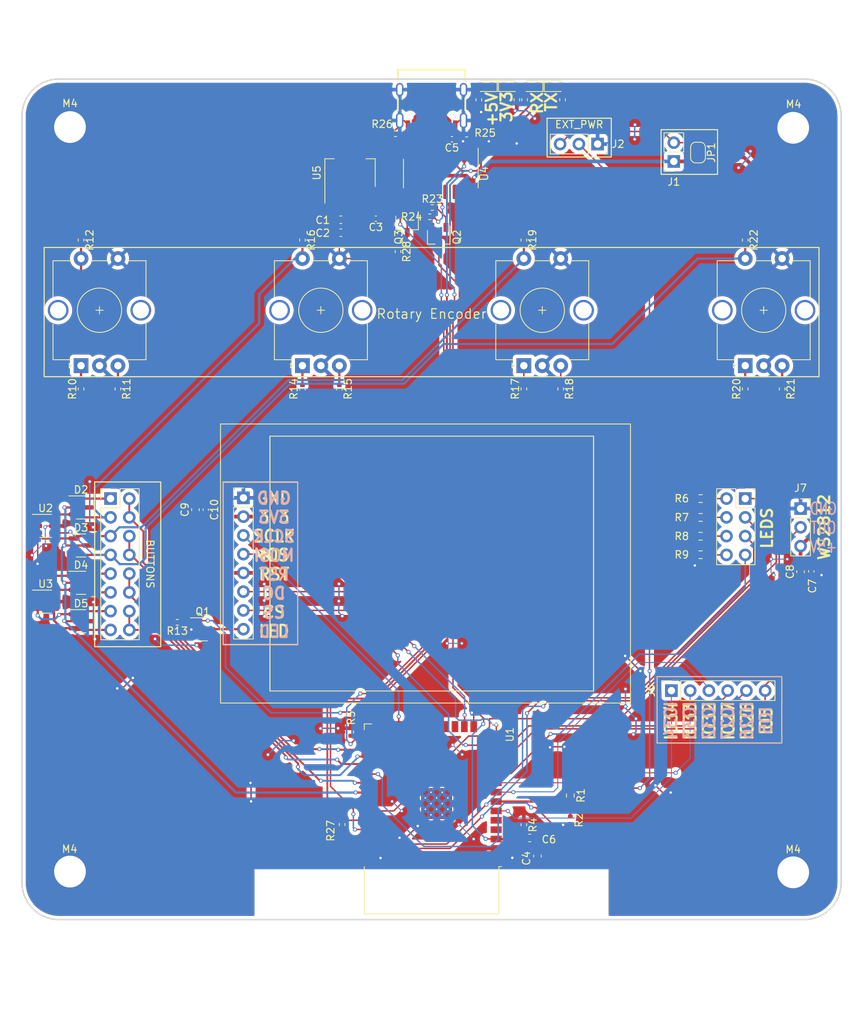
<source format=kicad_pcb>
(kicad_pcb (version 20211014) (generator pcbnew)
  (layers (0 "F.Cu" signal) (31 "B.Cu" signal) (34 "B.Paste" user) (35 "F.Paste" user) (36 "B.SilkS" user "B.Silkscreen") (37 "F.SilkS" user "F.Silkscreen") (38 "B.Mask" user) (39 "F.Mask" user) (44 "Edge.Cuts" user))
  (net 0 "")
  (net 1 "GND")
  (net 2 "+3V3")
  (net 3 "/VEXT")
  (net 4 "/AMS1117-5V-3v3/5V")
  (net 5 "Net-(C5-Pad2)")
  (net 6 "/Flasher/ESP_EN")
  (net 7 "/BTN_IN3")
  (net 8 "/BUTTON_1")
  (net 9 "/BUTTON_2")
  (net 10 "/BTN_OUT")
  (net 11 "/BUTTON_3")
  (net 12 "/BUTTON_4")
  (net 13 "/Buttons/BUTTON_5")
  (net 14 "/Buttons/BUTTON_6")
  (net 15 "/Buttons/BUTTON_7")
  (net 16 "/Buttons/BUTTON_8")
  (net 17 "/Flasher/ESP_RX")
  (net 18 "Net-(D6-Pad2)")
  (net 19 "/Flasher/ESP_TX")
  (net 20 "Net-(D7-Pad2)")
  (net 21 "Net-(D8-Pad2)")
  (net 22 "Net-(D9-Pad2)")
  (net 23 "/EXT_MONITOR")
  (net 24 "Net-(J3-Pad1)")
  (net 25 "Net-(J3-Pad2)")
  (net 26 "Net-(J3-Pad3)")
  (net 27 "Net-(J3-Pad4)")
  (net 28 "Net-(J3-Pad5)")
  (net 29 "Net-(J3-Pad6)")
  (net 30 "Net-(J3-Pad7)")
  (net 31 "Net-(J3-Pad8)")
  (net 32 "/DISPLAY_SCLK")
  (net 33 "/DISPLAY_MOSI")
  (net 34 "/DISPLAY_DC")
  (net 35 "/DISPLAY_CS")
  (net 36 "Net-(J4-Pad8)")
  (net 37 "/BTN_IN1")
  (net 38 "/BTN_IN2")
  (net 39 "/DISPLAY_LED")
  (net 40 "Net-(Q2-Pad1)")
  (net 41 "/Flasher/RTS")
  (net 42 "Net-(Q3-Pad1)")
  (net 43 "/Flasher/ESP_IO0")
  (net 44 "/Flasher/DTR")
  (net 45 "/EXT_SENSE")
  (net 46 "/ROT1_DT")
  (net 47 "/ROT1_CLK")
  (net 48 "/ROT2_DT")
  (net 49 "/ROT2_CLK")
  (net 50 "/ROT3_DT")
  (net 51 "/ROT3_CLK")
  (net 52 "/ROT4_DT")
  (net 53 "/ROT4_CLK")
  (net 54 "Net-(R25-Pad1)")
  (net 55 "Net-(R26-Pad2)")
  (net 58 "/BTN_IN4")
  (net 59 "/IO34")
  (net 60 "/IO33")
  (net 61 "/IO32")
  (net 62 "/IO27")
  (net 69 "/IO26")
  (net 70 "/IO5")
  (net 72 "/Flasher/USB_DP")
  (net 73 "/Flasher/USB_DN")
  (footprint "Package_SO:SOIC-16_3.9x9.9mm_P1.27mm" (layer "F.Cu") (at 48.75 -26 -90)
    (fp_text reference "U4")
    (fp_text value "CH343G")
  )
  (footprint "Resistor_SMD:R_0603_1608Metric" (layer "F.Cu") (at 66.3 58.2 -90)
    (fp_text reference "R1")
    (fp_text value "30k")
  )
  (footprint "Resistor_SMD:R_0402_1005Metric" (layer "F.Cu") (at 36.55 49.6 -90)
    (fp_text reference "R5")
    (fp_text value "1k")
  )
  (footprint "Package_TO_SOT_SMD:SOT-23" (layer "F.Cu") (at 0 34.6)
    (fp_text reference "D5")
    (fp_text value "BAV99")
  )
  (footprint "Rotary_Encoder:RotaryEncoder_Alps_EC12E-Switch_Vertical_H20mm_CircularMountingHoles" (layer "F.Cu") (at 60 0 90)
    (fp_text reference "SW3")
    (fp_text value "RotaryEncoder_Switch")
  )
  (footprint "Resistor_SMD:R_0402_1005Metric" (layer "F.Cu") (at 60 62.15 -90)
    (fp_text reference "R4")
    (fp_text value "1k")
  )
  (footprint "Package_TO_SOT_SMD:TSOT-23" (layer "F.Cu") (at 44.2 -19.35 -90)
    (fp_text reference "Q3")
    (fp_text value "SS8050_C2150")
  )
  (footprint "Rotary_Encoder:RotaryEncoder_Alps_EC12E-Switch_Vertical_H20mm_CircularMountingHoles" (layer "F.Cu") (at 0 0 90)
    (fp_text reference "SW1")
    (fp_text value "RotaryEncoder_Switch")
  )
  (footprint "LED_SMD:LED_0603_1608Metric" (layer "F.Cu") (at 61.1 -37.85 180)
    (fp_text reference "D6")
    (fp_text value "LED")
  )
  (footprint "Resistor_SMD:R_0402_1005Metric" (layer "F.Cu") (at 35 3.15 -90)
    (fp_text reference "R15")
    (fp_text value "10k")
  )
  (footprint "Package_TO_SOT_SMD:TSOT-23" (layer "F.Cu") (at 48.49 -17.4 -90)
    (fp_text reference "Q2")
    (fp_text value "SS8050_C2150")
  )
  (footprint "Package_TO_SOT_SMD:SOT-23-6" (layer "F.Cu") (at -4.8 21.7)
    (fp_text reference "U2")
    (fp_text value "USBLC6-4SC6")
  )
  (footprint "Resistor_SMD:R_0402_1005Metric" (layer "F.Cu") (at 65.25 -36 90)
    (fp_text reference "R30")
    (fp_text value "1k")
  )
  (footprint "Rotary_Encoder:RotaryEncoder_Alps_EC12E-Switch_Vertical_H20mm_CircularMountingHoles" (layer "F.Cu") (at 30 0 90)
    (fp_text reference "SW2")
    (fp_text value "RotaryEncoder_Switch")
  )
  (footprint "Capacitor_SMD:C_0402_1005Metric" (layer "F.Cu") (at 39.95 -19.9 180)
    (fp_text reference "C3")
    (fp_text value "100n")
  )
  (footprint "Resistor_SMD:R_0603_1608Metric" (layer "F.Cu") (at 83.95 23.1)
    (fp_text reference "R8")
    (fp_text value "100r")
  )
  (footprint "Resistor_SMD:R_0603_1608Metric" (layer "F.Cu") (at 83.95 18)
    (fp_text reference "R6")
    (fp_text value "100r")
  )
  (footprint "Resistor_SMD:R_0402_1005Metric" (layer "F.Cu") (at 47.25 -20.15 180)
    (fp_text reference "R24")
    (fp_text value "12k")
  )
  (footprint "Package_TO_SOT_SMD:SOT-223-3_TabPin2" (layer "F.Cu") (at 36.45 -26.1 90)
    (fp_text reference "U5")
    (fp_text value "AMS1117-3.3")
  )
  (footprint "Resistor_SMD:R_0402_1005Metric" (layer "F.Cu") (at 65 3.15 -90)
    (fp_text reference "R18")
    (fp_text value "10k")
  )
  (footprint "Resistor_SMD:R_0402_1005Metric" (layer "F.Cu") (at 60.1 -36 90)
    (fp_text reference "R29")
    (fp_text value "1k")
  )
  (footprint "Resistor_SMD:R_0402_1005Metric" (layer "F.Cu") (at 59.05 -36 90)
    (fp_text reference "R31")
    (fp_text value "1k")
  )
  (footprint "Resistor_SMD:R_0402_1005Metric" (layer "F.Cu") (at 95 3.15 -90)
    (fp_text reference "R21")
    (fp_text value "10k")
  )
  (footprint "Connector_PinSocket_2.54mm:PinSocket_1x03_P2.54mm_Vertical" (layer "F.Cu") (at 70 -30 -90)
    (fp_text reference "J2")
    (fp_text value "EXT_PWR")
  )
  (footprint "Resistor_SMD:R_0603_1608Metric" (layer "F.Cu") (at 83.95 20.55)
    (fp_text reference "R7")
    (fp_text value "100r")
  )
  (footprint "MountingHole:MountingHole_4.3mm_M4" (layer "F.Cu") (at -1.5 68.5)
    (fp_text reference "REF**" hide)
    (fp_text value "MountingHole_4.3mm_M4")
  )
  (footprint "Resistor_SMD:R_0402_1005Metric" (layer "F.Cu") (at 47.6 -21.4)
    (fp_text reference "R23")
    (fp_text value "12k")
  )
  (footprint "LED_SMD:LED_0603_1608Metric" (layer "F.Cu") (at 64.25 -37.85)
    (fp_text reference "D7")
    (fp_text value "LED")
  )
  (footprint "Package_TO_SOT_SMD:SOT-23" (layer "F.Cu") (at 0 19.2)
    (fp_text reference "D2")
    (fp_text value "BAV99")
  )
  (footprint "Package_TO_SOT_SMD:SOT-23-6" (layer "F.Cu") (at -4.8 31.95)
    (fp_text reference "U3")
    (fp_text value "USBLC6-4SC6")
  )
  (footprint "Capacitor_SMD:C_0603_1608Metric" (layer "F.Cu") (at 15.5 19.5 90)
    (fp_text reference "C9")
    (fp_text value "10u")
  )
  (footprint "Resistor_SMD:R_0402_1005Metric" (layer "F.Cu") (at 66.3 61.55 -90)
    (fp_text reference "R2")
    (fp_text value "100k")
  )
  (footprint "Capacitor_SMD:C_0603_1608Metric" (layer "F.Cu") (at 60.8 63.95 180)
    (fp_text reference "C6")
    (fp_text value "10u")
  )
  (footprint "Capacitor_SMD:C_0603_1608Metric" (layer "F.Cu") (at 61.85 66.4 90)
    (fp_text reference "C4")
    (fp_text value "1u")
  )
  (footprint "Rotary_Encoder:RotaryEncoder_Alps_EC12E-Switch_Vertical_H20mm_CircularMountingHoles" (layer "F.Cu") (at 90 0 90)
    (fp_text reference "SWe")
    (fp_text value "RotaryEncoder_Switch")
  )
  (footprint "Resistor_SMD:R_0402_1005Metric" (layer "F.Cu") (at 90 -17 -90)
    (fp_text reference "R22")
    (fp_text value "10k")
  )
  (footprint "Resistor_SMD:R_0402_1005Metric" (layer "F.Cu") (at 30 3.15 90)
    (fp_text reference "R14")
    (fp_text value "10k")
  )
  (footprint "custom:DISPLAY" (layer "F.Cu") (at 47.5 26.8)
    (fp_text reference "J4")
    (fp_text value "Conn_Display")
  )
  (footprint "Capacitor_SMD:C_0603_1608Metric" (layer "F.Cu") (at 97.5 27.9 90)
    (fp_text reference "C8")
    (fp_text value "10u")
  )
  (footprint "Jumper:SolderJumper-2_P1.3mm_Open_RoundedPad1.0x1.5mm" (layer "F.Cu") (at 83.6 -28.85 -90)
    (fp_text reference "JP1")
    (fp_text value "SolderJumper_2_Open")
  )
  (footprint "Connector_PinSocket_2.54mm:PinSocket_2x04_P2.54mm_Vertical" (layer "F.Cu") (at 90 18)
    (fp_text reference "J3")
    (fp_text value "LEDS")
  )
  (footprint "Package_TO_SOT_SMD:SOT-23" (layer "F.Cu") (at 0 29.4)
    (fp_text reference "D4")
    (fp_text value "BAV99")
  )
  (footprint "Resistor_SMD:R_0402_1005Metric" (layer "F.Cu") (at 13.039999 34.75 180)
    (fp_text reference "R13")
    (fp_text value "10k")
  )
  (footprint "Resistor_SMD:R_0402_1005Metric" (layer "F.Cu") (at 60 -17 -90)
    (fp_text reference "R19")
    (fp_text value "10k")
  )
  (footprint "Capacitor_SMD:C_0402_1005Metric" (layer "F.Cu") (at 98.95 27.85 90)
    (fp_text reference "C7")
    (fp_text value "100n")
  )
  (footprint "Resistor_SMD:R_0402_1005Metric" (layer "F.Cu") (at 53.9 -36 90)
    (fp_text reference "R32")
    (fp_text value "1k")
  )
  (footprint "MountingHole:MountingHole_4.3mm_M4" (layer "F.Cu") (at -1.5 -32.3)
    (fp_text reference "REF**" hide)
    (fp_text value "MountingHole_4.3mm_M4")
  )
  (footprint "Resistor_SMD:R_0402_1005Metric" (layer "F.Cu") (at 42.95 -15.45 -90)
    (fp_text reference "R28")
    (fp_text value "10k")
  )
  (footprint "Package_TO_SOT_SMD:SOT-23" (layer "F.Cu") (at 0 24.35)
    (fp_text reference "D3")
    (fp_text value "BAV99")
  )
  (footprint "Resistor_SMD:R_0402_1005Metric" (layer "F.Cu") (at 90 3.15 90)
    (fp_text reference "R20")
    (fp_text value "10k")
  )
  (footprint "Resistor_SMD:R_0402_1005Metric" (layer "F.Cu") (at 60 3.15 90)
    (fp_text reference "R17")
    (fp_text value "10k")
  )
  (footprint "Package_TO_SOT_SMD:SOT-23" (layer "F.Cu") (at 16.5 35.7)
    (fp_text reference "Q1")
    (fp_text value "2N7002")
  )
  (footprint "Capacitor_SMD:C_0402_1005Metric" (layer "F.Cu") (at 50.25 -30.65 180)
    (fp_text reference "C5")
    (fp_text value "100n")
  )
  (footprint "MountingHole:MountingHole_4.3mm_M4" (layer "F.Cu") (at 96.5 68.6)
    (fp_text reference "REF**" hide)
    (fp_text value "MountingHole_4.3mm_M4")
  )
  (footprint "Connector_PinHeader_2.54mm:PinHeader_2x08_P2.54mm_Vertical" (layer "F.Cu") (at 4 18)
    (fp_text reference "J5")
    (fp_text value "BUTTONS")
  )
  (footprint "Connector_PinSocket_2.54mm:PinSocket_1x03_P2.54mm_Vertical" (layer "F.Cu") (at 97.5 19.35)
    (fp_text reference "J7")
    (fp_text value "WS2812")
  )
  (footprint "Resistor_SMD:R_0603_1608Metric" (layer "F.Cu") (at 83.95 25.6)
    (fp_text reference "R9")
    (fp_text value "100r")
  )
  (footprint "Resistor_SMD:R_0402_1005Metric" (layer "F.Cu") (at 30 -17 -90)
    (fp_text reference "R16")
    (fp_text value "10k")
  )
  (footprint "Resistor_SMD:R_0402_1005Metric" (layer "F.Cu") (at 35.375 62.125 -90)
    (fp_text reference "R27")
    (fp_text value "10k")
  )
  (footprint "Resistor_SMD:R_0402_1005Metric" (layer "F.Cu") (at 0 3.15 90)
    (fp_text reference "R10")
    (fp_text value "10k")
  )
  (footprint "LED_SMD:LED_0603_1608Metric" (layer "F.Cu") (at 54.9 -37.85 180)
    (fp_text reference "D9")
    (fp_text value "LED5V")
  )
  (footprint "Resistor_SMD:R_0402_1005Metric" (layer "F.Cu") (at 42.6 -31.4)
    (fp_text reference "R26")
    (fp_text value "5k1")
  )
  (footprint "RF_Module:ESP32-WROOM-32" (layer "F.Cu") (at 47.5 58.385 180)
    (fp_text reference "U1")
    (fp_text value "ESP32-WROOM-32")
  )
  (footprint "usb_c:USB-C-SMD_MC-311D" (layer "F.Cu") (at 47.5 -35 180)
    (fp_text reference "USBC1")
    (fp_text value "MC-311D")
  )
  (footprint "Connector_PinSocket_2.54mm:PinSocket_1x02_P2.54mm_Vertical" (layer "F.Cu") (at 80.325001 -27.649999 180)
    (fp_text reference "J1")
    (fp_text value "PWR_SWITCH")
  )
  (footprint "Resistor_SMD:R_0402_1005Metric" (layer "F.Cu") (at 52.25 -31.35)
    (fp_text reference "R25")
    (fp_text value "5k1")
  )
  (footprint "LED_SMD:LED_0603_1608Metric" (layer "F.Cu") (at 58.05 -37.85)
    (fp_text reference "D8")
    (fp_text value "LED")
  )
  (footprint "Resistor_SMD:R_0402_1005Metric" (layer "F.Cu") (at 5 3.15 -90)
    (fp_text reference "R11")
    (fp_text value "10k")
  )
  (footprint "Capacitor_SMD:C_0603_1608Metric" (layer "F.Cu") (at 35.2 -18)
    (fp_text reference "C2")
    (fp_text value "100n")
  )
  (footprint "Connector_PinSocket_2.54mm:PinSocket_1x06_P2.54mm_Vertical" (layer "F.Cu") (at 80 44 90)
    (fp_text reference "J6")
    (fp_text value "GPIO")
  )
  (footprint "MountingHole:MountingHole_4.3mm_M4" (layer "F.Cu") (at 96.5 -32.2)
    (fp_text reference "REF**" hide)
    (fp_text value "MountingHole_4.3mm_M4")
  )
  (footprint "Resistor_SMD:R_0402_1005Metric" (layer "F.Cu") (at 0 -17 -90)
    (fp_text reference "R12")
    (fp_text value "10k")
  )
  (footprint "Capacitor_SMD:C_0402_1005Metric" (layer "F.Cu") (at 16.9 19.5 -90)
    (fp_text reference "C10")
    (fp_text value "100n")
  )
  (footprint "Capacitor_SMD:C_0603_1608Metric" (layer "F.Cu") (at 35.2 -19.75)
    (fp_text reference "C1")
    (fp_text value "10u")
  )
  (gr_rect (start 78.05 42.1) (end 94.95 51.1) (layer "B.SilkS") (width 0.15) (fill none))
  (gr_rect (start 19.25 15.8) (end 29.35 37.8) (layer "B.SilkS") (width 0.15) (fill none))
  (gr_rect (start 1.85 15.75) (end 10.8 38.05) (layer "F.SilkS") (width 0.15) (fill none))
  (gr_rect (start 78.05 42.1) (end 94.95 51.1) (layer "F.SilkS") (width 0.15) (fill none))
  (gr_rect (start 78.6 -31.95) (end 86.25 -25.9) (layer "F.SilkS") (width 0.15) (fill none))
  (gr_rect (start 63.15 -28.25) (end 71.85 -33.5) (layer "F.SilkS") (width 0.15) (fill none))
  (gr_rect (start 19.25 15.75) (end 29.35 37.75) (layer "F.SilkS") (width 0.15) (fill none))
  (gr_rect (start -5 -16) (end 100 1.5) (layer "F.SilkS") (width 0.15) (fill none))
  (gr_line (start 98 75) (end -2.95 74.999999) (layer "Edge.Cuts") (width 0.2))
  (gr_arc (start 103 70) (mid 101.535534 73.535534) (end 98 75) (layer "Edge.Cuts") (width 0.2))
  (gr_line (start -3 -38.8) (end 98 -38.8) (layer "Edge.Cuts") (width 0.2))
  (gr_arc (start -2.95 74.999999) (mid -6.517988 73.553344) (end -8.000249 70) (layer "Edge.Cuts") (width 0.2))
  (gr_line (start -8.000249 70) (end -8 -33.8) (layer "Edge.Cuts") (width 0.2))
  (gr_arc (start 98 -38.8) (mid 101.535534 -37.335534) (end 103 -33.8) (layer "Edge.Cuts") (width 0.2))
  (gr_arc (start -8 -33.8) (mid -6.535534 -37.335534) (end -3 -38.8) (layer "Edge.Cuts") (width 0.2))
  (gr_line (start 103 -33.8) (end 103 70) (layer "Edge.Cuts") (width 0.2))
  (gr_text "IO34\nIO33\nIO32\nIO27\nIO26\nIO5" (at 86.37 48.04 90) (layer "B.SilkS") (effects (font (size 1.6 1.5) (thickness 0.3)) (justify mirror)))
  (gr_text "GND\nOUT\n+5V" (at 100.6 21.95) (layer "B.SilkS") (effects (font (size 1.6 1.2) (thickness 0.2)) (justify mirror)))
  (gr_text "GND\n3V3\nSCLK\nMOSI\nRST\nDC\nCS\nLED" (at 26.15 27) (layer "B.SilkS") (effects (font (size 1.6 1.5) (thickness 0.3)) (justify mirror)))
  (gr_text "RX" (at 61.8 -35.55 90) (layer "F.SilkS") (effects (font (size 1.5 1.5) (thickness 0.3))))
  (gr_text "IO34\nIO33\nIO32\nIO27\nIO26\nIO5" (at 86.41 48.12 90) (layer "F.SilkS") (effects (font (size 1.6 1.5) (thickness 0.3))))
  (gr_text "GND\n3V3\nSCLK\nMOSI\nRST\nDC\nCS\nLED" (at 26.15 26.95) (layer "F.SilkS") (effects (font (size 1.6 1.5) (thickness 0.3))))
  (gr_text "M4" (at -1.5 -35.5) (layer "F.SilkS") (effects (font (size 1 1))))
  (gr_text "Rotary Encoder" (at 47.5 -7) (layer "F.SilkS") (effects (font (size 1.3 1.3))))
  (gr_text "TX" (at 63.7 -35.7 90) (layer "F.SilkS") (effects (font (size 1.5 1.5) (thickness 0.3))))
  (gr_text "3V3" (at 57.65 -35.05 90) (layer "F.SilkS") (effects (font (size 1.5 1.5) (thickness 0.3))))
  (gr_text "M4" (at 96.5 65.5) (layer "F.SilkS") (effects (font (size 1 1))))
  (gr_text "LEDS" (at 92.95 22 90) (layer "F.SilkS") (effects (font (size 1.5 1.5) (thickness 0.3))))
  (gr_text "+5V" (at 55.65 -34.7 90) (layer "F.SilkS") (effects (font (size 1.5 1.5) (thickness 0.3))))
  (gr_text "M4" (at -1.55 65.45) (layer "F.SilkS") (effects (font (size 1 1))))
  (gr_text "WS2812" (at 100.7 21.85 90) (layer "F.SilkS") (effects (font (size 1.5 1.5) (thickness 0.3))))
  (gr_text "BUTTONS" (at 9.35 26.85 270) (layer "F.SilkS") (effects (font (size 1 1))))
  (gr_text "M4" (at 96.55 -35.4) (layer "F.SilkS") (effects (font (size 1 1))))
  (segment (start -6.286396 31.95) (end -6.9 31.336396) (width 0.2) (layer "F.Cu") (net 1))
  (segment (start 43.18 -33.19) (end 43.74 -33.19) (width 0.2) (layer "F.Cu") (net 1))
  (segment (start 43.18 -32.49) (end 42.09 -31.4) (width 0.2) (layer "F.Cu") (net 1))
  (segment (start 38.75 66.635) (end 40.555 66.635) (width 0.2) (layer "F.Cu") (net 1))
  (segment (start 60.775 67.025) (end 60.925 67.175) (width 0.2) (layer "F.Cu") (net 1))
  (segment (start 23.04 56.58) (end 22.96 56.5) (width 0.2) (layer "F.Cu") (net 1))
  (segment (start 55.6875 -37.85) (end 55.6875 -35.8075) (width 0.2) (layer "F.Cu") (net 1))
  (segment (start 4.91 43.7) (end 5.6 43.7) (width 0.2) (layer "F.Cu") (net 1))
  (segment (start -6.9 31.336396) (end -6.9 30.663604) (width 0.2) (layer "F.Cu") (net 1))
  (segment (start 50.73 -30.65) (end 51.48 -30.65) (width 0.2) (layer "F.Cu") (net 1))
  (segment (start 78.8 57.8) (end 77.825 56.825) (width 0.2) (layer "F.Cu") (net 1))
  (segment (start 13.509999 35.73) (end 12.529999 34.75) (width 0.2) (layer "F.Cu") (net 1))
  (segment (start 40.43 -17.52) (end 37.41 -14.5) (width 0.2) (layer "F.Cu") (net 1))
  (segment (start 44.025 63.925) (end 43.15 63.925) (width 0.2) (layer "F.Cu") (net 1))
  (segment (start -6.9 22.313604) (end -6.9 22.986396) (width 0.2) (layer "F.Cu") (net 1))
  (segment (start 53.21 47.24) (end 52.96 46.99) (width 0.2) (layer "F.Cu") (net 1))
  (segment (start 83.125 18) (end 83.125 25.6) (width 0.2) (layer "F.Cu") (net 1))
  (segment (start 75.8 41.35) (end 73.75 39.3) (width 0.2) (layer "F.Cu") (net 1))
  (segment (start 65.5 51.6) (end 63.625 51.6) (width 0.2) (layer "F.Cu") (net 1))
  (segment (start 14.95 35.73) (end 13.509999 35.73) (width 0.2) (layer "F.Cu") (net 1))
  (segment (start 60.385 66.635) (end 60.925 67.175) (width 0.2) (layer "F.Cu") (net 1))
  (segment (start 51.82 -33.19) (end 51.26 -33.19) (width 0.2) (layer "F.Cu") (net 1))
  (segment (start 15.07 35.73) (end 15.5625 36.2225) (width 0.2) (layer "F.Cu") (net 1))
  (segment (start 22 17.9) (end 18.02 17.9) (width 0.2) (layer "F.Cu") (net 1))
  (segment (start 43.74 -33.19) (end 44.3 -32.63) (width 0.2) (layer "F.Cu") (net 1))
  (segment (start -6.9 22.986396) (end -5.87 24.016396) (width 0.2) (layer "F.Cu") (net 1))
  (segment (start 56.25 66.635) (end 58.44 66.635) (width 0.2) (layer "F.Cu") (net 1))
  (segment (start 5.6 43.7) (end 7.02 42.28) (width 0.2) (layer "F.Cu") (net 1))
  (segment (start 51.26 -33.19) (end 50.7 -32.63) (width 0.2) (layer "F.Cu") (net 1))
  (segment (start -6.9 30.663604) (end -5.86 29.623604) (width 0.2) (layer "F.Cu") (net 1))
  (segment (start 40.43 -19.9) (end 40.43 -17.52) (width 0.2) (layer "F.Cu") (net 1))
  (segment (start -5.86 26.86) (end -5.89 26.83) (width 0.2) (layer "F.Cu") (net 1))
  (segment (start 18.02 17.9) (end 16.9 19.02) (width 0.2) (layer "F.Cu") (net 1))
  (segment (start 58.44 66.635) (end 60.385 66.635) (width 0.2) (layer "F.Cu") (net 1))
  (segment (start 35 -17.425) (end 35 -14.5) (width 0.2) (layer "F.Cu") (net 1))
  (segment (start 60.925 67.175) (end 61.85 67.175) (width 0.2) (layer "F.Cu") (net 1))
  (segment (start 34.15 -20.025) (end 34.425 -19.75) (width 0.2) (layer "F.Cu") (net 1))
  (segment (start 97.845 28.33) (end 97.5 28.675) (width 0.2) (layer "F.Cu") (net 1))
  (segment (start -5.87 26.81) (end -5.89 26.83) (width 0.2) (layer "F.Cu") (net 1))
  (segment (start 66.3 62.06) (end 65.44 62.06) (width 0.2) (layer "F.Cu") (net 1))
  (segment (start 53.21 48.875) (end 53.21 47.24) (width 0.2) (layer "F.Cu") (net 1))
  (segment (start 34.425 -19.75) (end 34.425 -18) (width 0.2) (layer "F.Cu") (net 1))
  (segment (start 63.625 51.6) (end 63.55 51.675) (width 0.2) (layer "F.Cu") (net 1))
  (segment (start 98.95 28.33) (end 97.845 28.33) (width 0.2) (layer "F.Cu") (net 1))
  (segment (start 34.425 -18) (end 35 -17.425) (width 0.2) (layer "F.Cu") (net 1))
  (segment (start 61.575 63.95) (end 61.575 64.375) (width 0.2) (layer "F.Cu") (net 1))
  (segment (start 57.2625 -37.85) (end 55.6875 -37.85) (width 0.2) (layer "F.Cu") (net 1))
  (segment (start 55.09 -30.37) (end 53.195 -28.475) (width 0.2) (layer "F.Cu") (net 1))
  (segment (start 40.555 66.635) (end 40.58 66.66) (width 0.2) (layer "F.Cu") (net 1))
  (segment (start 51.48 -30.65) (end 51.76 -30.37) (width 0.2) (layer "F.Cu") (net 1))
  (segment (start -5.9375 31.95) (end -6.286396 31.95) (width 0.2) (layer "F.Cu") (net 1))
  (segment (start 60.775 65.175) (end 60.775 67.025) (width 0.2) (layer "F.Cu") (net 1))
  (segment (start -5.86 29.623604) (end -5.86 26.86) (width 0.2) (layer "F.Cu") (net 1))
  (segment (start 15.5625 36.2225) (end 15.5625 36.65) (width 0.2) (layer "F.Cu") (net 1))
  (segment (start 55.26 -30.37) (end 55.09 -30.37) (width 0.2) (layer "F.Cu") (net 1))
  (segment (start 43.18 -33.19) (end 43.18 -32.49) (width 0.2) (layer "F.Cu") (net 1))
  (segment (start 14.95 35.73) (end 15.07 35.73) (width 0.2) (layer "F.Cu") (net 1))
  (segment (start 83.125 27.015) (end 83.17 27.06) (width 0.2) (layer "F.Cu") (net 1))
  (segment (start 65.44 62.06) (end 65.325 62.175) (width 0.2) (layer "F.Cu") (net 1))
  (segment (start 61.575 64.375) (end 60.775 65.175) (width 0.2) (layer "F.Cu") (net 1))
  (segment (start 37.41 -14.5) (end 35 -14.5) (width 0.2) (layer "F.Cu") (net 1))
  (segment (start -6.286396 21.7) (end -6.9 22.313604) (width 0.2) (layer "F.Cu") (net 1))
  (segment (start 55.6875 -35.8075) (end 54.21 -34.33) (width 0.2) (layer "F.Cu") (net 1))
  (segment (start 15.5 18.725) (end 16.605 18.725) (width 0.2) (layer "F.Cu") (net 1))
  (segment (start 100.31 28.33) (end 100.34 28.36) (width 0.2) (layer "F.Cu") (net 1))
  (segment (start 73.75 39.3) (end 73.725 39.3) (width 0.2) (layer "F.Cu") (net 1))
  (segment (start 45.625 62.325) (end 44.025 63.925) (width 0.2) (layer "F.Cu") (net 1))
  (segment (start 34.15 -22.95) (end 34.15 -20.025) (width 0.2) (layer "F.Cu") (net 1))
  (segment (start 23.04 58.99) (end 23.04 56.58) (width 0.2) (layer "F.Cu") (net 1))
  (segment (start 83.125 25.6) (end 83.125 27.015) (width 0.2) (layer "F.Cu") (net 1))
  (segment (start 16.605 18.725) (end 16.9 19.02) (width 0.2) (layer "F.Cu") (net 1))
  (segment (start 79.9 57.8) (end 78.8 57.8) (width 0.2) (layer "F.Cu") (net 1))
  (segment (start 51.76 -30.37) (end 51.78 -30.37) (width 0.2) (layer "F.Cu") (net 1))
  (segment (start 51.78 -30.37) (end 52.76 -31.35) (width 0.2) (layer "F.Cu") (net 1))
  (segment (start 98.95 28.33) (end 100.31 28.33) (width 0.2) (layer "F.Cu") (net 1))
  (segment (start -5.9375 21.7) (end -6.286396 21.7) (width 0.2) (layer "F.Cu") (net 1))
  (segment (start -5.87 24.016396) (end -5.87 26.81) (width 0.2) (layer "F.Cu") (net 1))
  (via (at 65.5 51.6) (size 0.55) (drill 0.33) (layers "F.Cu" "B.Cu") (net 1))
  (via (at 43.15 63.925) (size 0.55) (drill 0.33) (layers "F.Cu" "B.Cu") (net 1))
  (via (at 83.17 27.06) (size 0.55) (drill 0.33) (layers "F.Cu" "B.Cu") (net 1))
  (via (at 40.58 66.66) (size 0.55) (drill 0.33) (layers "F.Cu" "B.Cu") (net 1))
  (via (at 63.55 51.675) (size 0.55) (drill 0.33) (layers "F.Cu" "B.Cu") (net 1))
  (via (at 7.02 42.28) (size 0.55) (drill 0.33) (layers "F.Cu" "B.Cu") (net 1))
  (via (at 22.96 56.5) (size 0.55) (drill 0.33) (layers "F.Cu" "B.Cu") (net 1))
  (via (at 23.04 58.99) (size 0.55) (drill 0.33) (layers "F.Cu" "B.Cu") (net 1))
  (via (at 65.325 62.175) (size 0.55) (drill 0.33) (layers "F.Cu" "B.Cu") (net 1))
  (via (at 58.44 66.635) (size 0.55) (drill 0.33) (layers "F.Cu" "B.Cu") (net 1))
  (via (at 14.95 35.73) (size 0.55) (drill 0.33) (layers "F.Cu" "B.Cu") (net 1))
  (via (at 51.76 -30.37) (size 0.55) (drill 0.33) (layers "F.Cu" "B.Cu") (net 1))
  (via (at 4.91 43.7) (size 0.55) (drill 0.33) (layers "F.Cu" "B.Cu") (net 1))
  (via (at 79.9 57.8) (size 0.55) (drill 0.33) (layers "F.Cu" "B.Cu") (net 1))
  (via (at 77.825 56.825) (size 0.55) (drill 0.33) (layers "F.Cu" "B.Cu") (net 1))
  (via (at 55.26 -30.37) (size 0.55) (drill 0.33) (layers "F.Cu" "B.Cu") (net 1))
  (via (at 59.03 -30.08) (size 0.55) (drill 0.33) (layers "F.Cu" "B.Cu") (net 1))
  (via (at 73.725 39.3) (size 0.55) (drill 0.33) (layers "F.Cu" "B.Cu") (net 1))
  (via (at -5.89 26.83) (size 0.55) (drill 0.33) (layers "F.Cu" "B.Cu") (net 1))
  (via (at 75.8 41.35) (size 0.55) (drill 0.33) (layers "F.Cu" "B.Cu") (net 1))
  (via (at 45.625 62.325) (size 0.55) (drill 0.33) (layers "F.Cu" "B.Cu") (net 1))
  (via (at 100.34 28.36) (size 0.55) (drill 0.33) (layers "F.Cu" "B.Cu") (net 1))
  (via (at 54.21 -34.33) (size 0.55) (drill 0.33) (layers "F.Cu" "B.Cu") (net 1))
  (via (at 52.96 46.99) (size 0.55) (drill 0.33) (layers "F.Cu" "B.Cu") (net 1))
  (segment (start 51.76 -30.37) (end 55.26 -30.37) (width 0.2) (layer "B.Cu") (net 1))
  (segment (start 55.26 -30.37) (end 58.74 -30.37) (width 0.2) (layer "B.Cu") (net 1))
  (segment (start 58.74 -30.37) (end 59.03 -30.08) (width 0.2) (layer "B.Cu") (net 1))
  (segment (start 36.55 49.09) (end 34.835 49.09) (width 0.2) (layer "F.Cu") (net 2))
  (segment (start 65.25 -35.25) (end 65.25 -35.49) (width 0.2) (layer "F.Cu") (net 2))
  (segment (start 0.015 3.675) (end 0 3.66) (width 0.3) (layer "F.Cu") (net 2))
  (segment (start -4.7 21.7) (end -4.85 21.85) (width 0.127) (layer "F.Cu") (net 2))
  (segment (start 61.85 65.625) (end 61.59 65.365) (width 0.3) (layer "F.Cu") (net 2))
  (segment (start 30.015 3.675) (end 30 3.66) (width 0.3) (layer "F.Cu") (net 2))
  (segment (start 63.46 -33.46) (end 65.25 -35.25) (width 0.2) (layer "F.Cu") (net 2))
  (segment (start 4.985 3.675) (end 5 3.66) (width 0.3) (layer "F.Cu") (net 2))
  (segment (start 90.015 3.675) (end 90 3.66) (width 0.3) (layer "F.Cu") (net 2))
  (segment (start 60.015 3.675) (end 60 3.66) (width 0.3) (layer "F.Cu") (net 2))
  (segment (start 34.835 49.09) (end 34.825 49.1) (width 0.2) (layer "F.Cu") (net 2))
  (segment (start -3.6625 21.7) (end -4.7 21.7) (width 0.127) (layer "F.Cu") (net 2))
  (segment (start 61.48 -33.46) (end 63.46 -33.46) (width 0.2) (layer "F.Cu") (net 2))
  (segment (start 36.125 -18) (end 35.975 -18) (width 0.25) (layer "F.Cu") (net 2))
  (via (at 61.48 -33.46) (size 0.55) (drill 0.33) (layers "F.Cu" "B.Cu") (net 2))
  (via (at -6.65 25.65) (size 0.5) (drill 0.3) (layers "F.Cu" "B.Cu") (net 2))
  (via (at 58.81 -34.51) (size 0.55) (drill 0.33) (layers "F.Cu" "B.Cu") (net 2))
  (via (at 1.625 21.875) (size 0.55) (drill 0.33) (layers "F.Cu" "B.Cu") (net 2))
  (via (at 24.825 29.575) (size 0.55) (drill 0.33) (layers "F.Cu" "B.Cu") (net 2))
  (via (at 74.85 49.925) (size 0.55) (drill 0.33) (layers "F.Cu" "B.Cu") (net 2))
  (via (at 32.45 49.125) (size 0.55) (drill 0.33) (layers "F.Cu" "B.Cu") (net 2))
  (via (at 53.2 64.1) (size 0.5) (drill 0.3) (layers "F.Cu" "B.Cu") (net 2))
  (via (at 42.15 59) (size 0.5) (drill 0.3) (layers "F.Cu" "B.Cu") (net 2))
  (via (at 25.325 52.675) (size 0.55) (drill 0.33) (layers "F.Cu" "B.Cu") (net 2))
  (via (at 34.825 49.1) (size 0.55) (drill 0.33) (layers "F.Cu" "B.Cu") (net 2))
  (via (at 89.1 -26.8) (size 0.55) (drill 0.33) (layers "F.Cu" "B.Cu") (net 2))
  (via (at 51.171314 62.126293) (size 0.5) (drill 0.3) (layers "F.Cu" "B.Cu") (net 2))
  (via (at 93.5 26.2) (size 0.5) (drill 0.3) (layers "F.Cu" "B.Cu") (net 2))
  (via (at 51.65 52.65) (size 0.5) (drill 0.3) (layers "F.Cu" "B.Cu") (net 2))
  (via (at 34.95 29.55) (size 0.55) (drill 0.33) (layers "F.Cu" "B.Cu") (net 2))
  (via (at 10.025 37) (size 0.55) (drill 0.33) (layers "F.Cu" "B.Cu") (net 2))
  (via (at 24.85 33.95) (size 0.55) (drill 0.33) (layers "F.Cu" "B.Cu") (net 2))
  (via (at 35.4 33.9) (size 0.55) (drill 0.33) (layers "F.Cu" "B.Cu") (net 2))
  (via (at 1.175 15.7) (size 0.55) (drill 0.33) (layers "F.Cu" "B.Cu") (net 2))
  (via (at 50.35 51.35) (size 0.5) (drill 0.3) (layers "F.Cu" "B.Cu") (net 2))
  (via (at 43.45 60.3) (size 0.5) (drill 0.3) (layers "F.Cu" "B.Cu") (net 2))
  (via (at 1.875 37.025) (size 0.55) (drill 0.33) (layers "F.Cu" "B.Cu") (net 2))
  (via (at 51.6 37.6) (size 0.5) (drill 0.3) (layers "F.Cu" "B.Cu") (net 2))
  (via (at -4.85 21.85) (size 0.5) (drill 0.3) (layers "F.Cu" "B.Cu") (net 2))
  (via (at 95.7 26.2) (size 0.5) (drill 0.3) (layers "F.Cu" "B.Cu") (net 2))
  (via (at 75.02 -30.65) (size 0.55) (drill 0.33) (layers "F.Cu" "B.Cu") (net 2))
  (via (at 49.6 37.6) (size 0.5) (drill 0.3) (layers "F.Cu" "B.Cu") (net 2))
  (via (at 73.775 46.155) (size 0.55) (drill 0.33) (layers "F.Cu" "B.Cu") (net 2))
  (via (at 75.06 -32.62) (size 0.55) (drill 0.33) (layers "F.Cu" "B.Cu") (net 2))
  (via (at 1.675 32.025) (size 0.55) (drill 0.33) (layers "F.Cu" "B.Cu") (net 2))
  (via (at 34.925 31.875) (size 0.55) (drill 0.33) (layers "F.Cu" "B.Cu") (net 2))
  (via (at 15.675 37.85) (size 0.55) (drill 0.33) (layers "F.Cu" "B.Cu") (net 2))
  (via (at 24.825 31.8) (size 0.55) (drill 0.33) (layers "F.Cu" "B.Cu") (net 2))
  (via (at 93.85 28.35) (size 0.5) (drill 0.3) (layers "F.Cu" "B.Cu") (net 2))
  (via (at 73.775 43.775) (size 0.55) (drill 0.33) (layers "F.Cu" "B.Cu") (net 2))
  (via (at 75.2 47.8) (size 0.55) (drill 0.33) (layers "F.Cu" "B.Cu") (net 2))
  (via (at -4.75 24.4) (size 0.5) (drill 0.3) (layers "F.Cu" "B.Cu") (net 2))
  (via (at 28.8 50.775) (size 0.55) (drill 0.33) (layers "F.Cu" "B.Cu") (net 2))
  (via (at 90.71 -29.02) (size 0.55) (drill 0.33) (layers "F.Cu" "B.Cu") (net 2))
  (segment (start 73.775 46.155) (end 73.775 43.775) (width 0.2) (layer "B.Cu") (net 2))
  (segment (start 75.2 49.575) (end 74.85 49.925) (width 0.2) (layer "B.Cu") (net 2))
  (segment (start 34.925 31.875) (end 34.925 33.425) (width 0.2) (layer "B.Cu") (net 2))
  (segment (start 75.02 -30.65) (end 75.02 -32.58) (width 0.2) (layer "B.Cu") (net 2))
  (segment (start 75.02 -32.58) (end 75.06 -32.62) (width 0.2) (layer "B.Cu") (net 2))
  (segment (start 51.226293 62.126293) (end 51.171314 62.126293) (width 0.127) (layer "B.Cu") (net 2))
  (segment (start 90.71 -29.02) (end 90.71 -28.41) (width 0.2) (layer "B.Cu") (net 2))
  (segment (start 42.15 59) (end 43.45 60.3) (width 0.127) (layer "B.Cu") (net 2))
  (segment (start -4.75 24.4) (end -5.4 24.4) (width 0.127) (layer "B.Cu") (net 2))
  (segment (start 24.825 33.925) (end 24.85 33.95) (width 0.2) (layer "B.Cu") (net 2))
  (segment (start 93.5 28) (end 93.85 28.35) (width 0.127) (layer "B.Cu") (net 2))
  (segment (start 93.5 26.2) (end 93.5 28) (width 0.127) (layer "B.Cu") (net 2))
  (segment (start 51.65 52.65) (end 50.35 51.35) (width 0.127) (layer "B.Cu") (net 2))
  (segment (start 60.43 -34.51) (end 61.48 -33.46) (width 0.2) (layer "B.Cu") (net 2))
  (segment (start 1.675 36.825) (end 1.875 37.025) (width 0.2) (layer "B.Cu") (net 2))
  (segment (start 25.325 52.675) (end 27.225 50.775) (width 0.2) (layer "B.Cu") (net 2))
  (segment (start 10.025 37) (end 10.875 37.85) (width 0.2) (layer "B.Cu") (net 2))
  (segment (start 1.625 21.875) (end 1.175 21.425) (width 0.2) (layer "B.Cu") (net 2))
  (segment (start 51.6 37.6) (end 49.6 37.6) (width 0.127) (layer "B.Cu") (net 2))
  (segment (start 58.81 -34.51) (end 60.43 -34.51) (width 0.2) (layer "B.Cu") (net 2))
  (segment (start 73.775 46.155) (end 73.775 46.375) (width 0.2) (layer "B.Cu") (net 2))
  (segment (start 95.7 26.2) (end 93.5 26.2) (width 0.127) (layer "B.Cu") (net 2))
  (segment (start 1.175 21.425) (end 1.175 15.7) (width 0.2) (layer "B.Cu") (net 2))
  (segment (start 32.475 49.1) (end 32.45 49.125) (width 0.2) (layer "B.Cu") (net 2))
  (segment (start 24.825 31.8) (end 24.825 33.925) (width 0.2) (layer "B.Cu") (net 2))
  (segment (start 24.825 29.575) (end 24.825 31.8) (width 0.2) (layer "B.Cu") (net 2))
  (segment (start 34.95 29.55) (end 34.95 31.85) (width 0.2) (layer "B.Cu") (net 2))
  (segment (start 34.95 31.85) (end 34.925 31.875) (width 0.2) (layer "B.Cu") (net 2))
  (segment (start 10.875 37.85) (end 15.675 37.85) (width 0.2) (layer "B.Cu") (net 2))
  (segment (start 34.925 33.425) (end 35.4 33.9) (width 0.2) (layer "B.Cu") (net 2))
  (segment (start 53.2 64.1) (end 51.226293 62.126293) (width 0.127) (layer "B.Cu") (net 2))
  (segment (start -4.85 24.3) (end -4.75 24.4) (width 0.127) (layer "B.Cu") (net 2))
  (segment (start 1.675 32.025) (end 1.675 36.825) (width 0.2) (layer "B.Cu") (net 2))
  (segment (start 34.825 49.1) (end 32.475 49.1) (width 0.2) (layer "B.Cu") (net 2))
  (segment (start 90.71 -28.41) (end 89.1 -26.8) (width 0.2) (layer "B.Cu") (net 2))
  (segment (start -5.4 24.4) (end -6.65 25.65) (width 0.127) (layer "B.Cu") (net 2))
  (segment (start 75.2 47.8) (end 75.2 49.575) (width 0.2) (layer "B.Cu") (net 2))
  (segment (start 73.775 46.375) (end 75.2 47.8) (width 0.2) (layer "B.Cu") (net 2))
  (segment (start 27.225 50.775) (end 28.8 50.775) (width 0.2) (layer "B.Cu") (net 2))
  (segment (start -4.85 21.85) (end -4.85 24.3) (width 0.127) (layer "B.Cu") (net 2))
  (segment (start 82.910001 -30.189999) (end 80.325001 -30.189999) (width 0.2) (layer "F.Cu") (net 3))
  (segment (start 80.325001 -30.189999) (end 78.815 -31.7) (width 0.2) (layer "F.Cu") (net 3))
  (segment (start 78.815 -31.7) (end 66.62 -31.7) (width 0.2) (layer "F.Cu") (net 3))
  (segment (start 83.6 -29.5) (end 82.910001 -30.189999) (width 0.2) (layer "F.Cu") (net 3))
  (segment (start 66.62 -31.7) (end 64.92 -30) (width 0.2) (layer "F.Cu") (net 3))
  (segment (start 45.310001 -33.660001) (end 45.310001 -33.385001) (width 0.5) (layer "F.Cu") (net 4))
  (segment (start 97.5 24.43) (end 97.5 27.125) (width 0.5) (layer "F.Cu") (net 4))
  (segment (start 83.6 -28.2) (end 83.049999 -27.649999) (width 0.5) (layer "F.Cu") (net 4))
  (segment (start 44.425 -25.725) (end 41.475 -25.725) (width 0.5) (layer "F.Cu") (net 4))
  (segment (start 41.475 -25.725) (end 38.75 -23) (width 0.5) (layer "F.Cu") (net 4))
  (segment (start 97.5 24.43) (end 100.45 21.48) (width 0.5) (layer "F.Cu") (net 4))
  (segment (start 38.75 -23) (end 38.75 -22.95) (width 0.5) (layer "F.Cu") (net 4))
  (segment (start 38.75 -20.62) (end 38.75 -22.95) (width 0.25) (layer "F.Cu") (net 4))
  (segment (start 52.2 -25.725) (end 44.425 -25.725) (width 0.5) (layer "F.Cu") (net 4))
  (segment (start 53.195 -24.73) (end 52.2 -25.725) (width 0.5) (layer "F.Cu") (net 4))
  (segment (start 45.575 -28.475) (end 45.575 -26.875) (width 0.5) (layer "F.Cu") (net 4))
  (segment (start 42.425 -35.3) (end 41.15 -34.025) (width 0.5) (layer "F.Cu") (net 4))
  (segment (start 41.15 -26.05) (end 41.475 -25.725) (width 0.5) (layer "F.Cu") (net 4))
  (segment (start 100.45 21.48) (end 100.45 -17.575) (width 0.5) (layer "F.Cu") (net 4))
  (segment (start 89.825 -28.2) (end 83.6 -28.2) (width 0.5) (layer "F.Cu") (net 4))
  (segment (start 100.45 -17.575) (end 89.825 -28.2) (width 0.5) (layer "F.Cu") (net 4))
  (segment (start 45.7 -35.3) (end 42.425 -35.3) (width 0.5) (layer "F.Cu") (net 4))
  (segment (start 49.22 -35.49) (end 48.405 -34.675) (width 0.5) (layer "F.Cu") (net 4))
  (segment (start 48.405 -34.675) (end 46.325 -34.675) (width 0.5) (layer "F.Cu") (net 4))
  (segment (start 97.5 27.125) (end 98.705 27.125) (width 0.5) (layer "F.Cu") (net 4))
  (segment (start 53.9 -35.49) (end 49.22 -35.49) (width 0.5) (layer "F.Cu") (net 4))
  (segment (start 53.195 -23.525) (end 53.195 -25.395) (width 0.5) (layer "F.Cu") (net 4))
  (segment locked (start 46.325 -34.675) (end 45.310001 -33.660001) (width 0.5) (layer "F.Cu") (net 4))
  (segment (start 49.9 -33.18) (end 48.405 -34.675) (width 0.5) (layer "F.Cu") (net 4))
  (segment (start 45.310001 -33.385001) (end 45.1 -33.175) (width 0.5) (layer "F.Cu") (net 4))
  (segment (start 46.325 -34.675) (end 45.7 -35.3) (width 0.5) (layer "F.Cu") (net 4))
  (segment (start 41.15 -34.025) (end 41.15 -26.05) (width 0.5) (layer "F.Cu") (net 4))
  (segment (start 45.1 -33.175) (end 45.1 -32.63) (width 0.5) (layer "F.Cu") (net 4))
  (segment (start 53.195 -25.395) (end 53.3 -25.5) (width 0.25) (layer "F.Cu") (net 4))
  (segment (start 39.47 -19.9) (end 38.75 -20.62) (width 0.25) (layer "F.Cu") (net 4))
  (segment (start 45.575 -26.875) (end 44.425 -25.725) (width 0.5) (layer "F.Cu") (net 4))
  (segment (start 83.049999 -27.649999) (end 80.325001 -27.649999) (width 0.5) (layer "F.Cu") (net 4))
  (segment (start 98.705 27.125) (end 98.95 27.37) (width 0.5) (layer "F.Cu") (net 4))
  (segment (start 49.9 -32.63) (end 49.9 -33.18) (width 0.5) (layer "F.Cu") (net 4))
  (segment (start 53.195 -23.525) (end 53.195 -24.73) (width 0.5) (layer "F.Cu") (net 4))
  (via (at 53.3 -25.5) (size 0.55) (drill 0.33) (layers "F.Cu" "B.Cu") (net 4))
  (segment (start 55.449999 -27.649999) (end 80.325001 -27.649999) (width 0.5) (layer "B.Cu") (net 4))
  (segment (start 53.3 -25.5) (end 55.449999 -27.649999) (width 0.5) (layer "B.Cu") (net 4))
  (segment (start 49.385 -30.265) (end 49.385 -28.475) (width 0.2) (layer "F.Cu") (net 5))
  (segment (start 49.77 -30.65) (end 49.385 -30.265) (width 0.2) (layer "F.Cu") (net 5))
  (segment (start 50.4 -5.275) (end 50.4 15.175) (width 0.2) (layer "F.Cu") (net 6))
  (segment (start 51.275 -10.825) (end 51.275 -7.55) (width 0.2) (layer "F.Cu") (net 6))
  (segment (start 48.49 -13.61) (end 51.2 -10.9) (width 0.2) (layer "F.Cu") (net 6))
  (segment (start 50.4 43.6) (end 54.55 47.75) (width 0.2) (layer "F.Cu") (net 6))
  (segment (start 50.4 15.175) (end 50.425 15.2) (width 0.2) (layer "F.Cu") (net 6))
  (segment (start 60 62.66) (end 60 63.925) (width 0.3) (layer "F.Cu") (net 6))
  (segment (start 59.88 64.095) (end 56.25 64.095) (width 0.3) (layer "F.Cu") (net 6))
  (segment (start 54.55 48.45) (end 54.5 48.5) (width 0.2) (layer "F.Cu") (net 6))
  (segment (start 48.49 -16.09) (end 48.49 -13.61) (width 0.2) (layer "F.Cu") (net 6))
  (segment (start 50.425 15.2) (end 50.4 15.225) (width 0.2) (layer "F.Cu") (net 6))
  (segment (start 60.025 63.95) (end 59.88 64.095) (width 0.3) (layer "F.Cu") (net 6))
  (segment (start 50.4 15.225) (end 50.4 35.125) (width 0.2) (layer "F.Cu") (net 6))
  (segment (start 54.55 47.75) (end 54.55 48.45) (width 0.2) (layer "F.Cu") (net 6))
  (segment (start 60 63.925) (end 60.025 63.95) (width 0.3) (layer "F.Cu") (net 6))
  (segment (start 50.4 -6.675) (end 50.4 -5.275) (width 0.2) (layer "F.Cu") (net 6))
  (segment (start 54.825 64.075) (end 56.23 64.075) (width 0.2) (layer "F.Cu") (net 6))
  (segment (start 51.2 -10.9) (end 51.275 -10.825) (width 0.2) (layer "F.Cu") (net 6))
  (segment (start 56.23 64.075) (end 56.25 64.095) (width 0.2) (layer "F.Cu") (net 6))
  (segment (start 50.4 35.125) (end 50.4 43.6) (width 0.2) (layer "F.Cu") (net 6))
  (segment (start 51.275 -7.55) (end 50.4 -6.675) (width 0.2) (layer "F.Cu") (net 6))
  (via (at 54.825 64.075) (size 0.55) (drill 0.33) (layers "F.Cu" "B.Cu") (net 6))
  (via (at 54.5 48.5) (size 0.55) (drill 0.33) (layers "F.Cu" "B.Cu") (net 6))
  (segment (start 53.025 49.975) (end 53.025 62.275) (width 0.2) (layer "B.Cu") (net 6))
  (segment (start 53.025 62.275) (end 54.825 64.075) (width 0.2) (layer "B.Cu") (net 6))
  (segment (start 54.5 48.5) (end 53.025 49.975) (width 0.2) (layer "B.Cu") (net 6))
  (segment (start 37.45 52.925) (end 38.49 52.925) (width 0.25) (layer "F.Cu") (net 7))
  (segment (start 38.49 52.925) (end 38.75 52.665) (width 0.25) (layer "F.Cu") (net 7))
  (segment (start 6.54 28.16) (end 6.54 30.7) (width 0.25) (layer "F.Cu") (net 7))
  (segment (start 29.4 53.863331) (end 29.4 54.325) (width 0.25) (layer "F.Cu") (net 7))
  (segment (start 6.54 31.003331) (end 29.4 53.863331) (width 0.25) (layer "F.Cu") (net 7))
  (segment (start 6.54 30.7) (end 6.54 31.003331) (width 0.25) (layer "F.Cu") (net 7))
  (via (at 37.45 52.925) (size 0.55) (drill 0.33) (layers "F.Cu" "B.Cu") (net 7))
  (via (at 29.4 54.325) (size 0.55) (drill 0.33) (layers "F.Cu" "B.Cu") (net 7))
  (segment (start 36.175 54.375) (end 37.45 53.1) (width 0.25) (layer "B.Cu") (net 7))
  (segment (start 29.4 54.325) (end 29.4 54.625) (width 0.25) (layer "B.Cu") (net 7))
  (segment (start 37.45 53.1) (end 37.45 52.925) (width 0.25) (layer "B.Cu") (net 7))
  (segment (start 35.1 55.45) (end 36.175 54.375) (width 0.25) (layer "B.Cu") (net 7))
  (segment (start 30.225 55.45) (end 35.1 55.45) (width 0.25) (layer "B.Cu") (net 7))
  (segment (start 29.4 54.625) (end 30.225 55.45) (width 0.25) (layer "B.Cu") (net 7))
  (segment (start -2.35 -2.1) (end -2.35 16.8375) (width 0.3) (layer "F.Cu") (net 8))
  (segment (start 0 -16.49) (end 0 -14.5) (width 0.3) (layer "F.Cu") (net 8))
  (segment (start 0 -14.5) (end 0 -4.45) (width 0.3) (layer "F.Cu") (net 8))
  (segment (start -0.9375 18.25) (end -5.35 18.25) (width 0.3) (layer "F.Cu") (net 8))
  (segment (start 0 -4.45) (end -2.35 -2.1) (width 0.3) (layer "F.Cu") (net 8))
  (segment (start -5.35 18.25) (end -5.9375 18.8375) (width 0.3) (layer "F.Cu") (net 8))
  (segment (start -0.6875 18) (end 4 18) (width 0.3) (layer "F.Cu") (net 8))
  (segment (start -5.9375 18.8375) (end -5.9375 20.75) (width 0.3) (layer "F.Cu") (net 8))
  (segment (start -2.35 16.8375) (end -0.9375 18.25) (width 0.3) (layer "F.Cu") (net 8))
  (segment (start -0.9375 18.25) (end -0.6875 18) (width 0.3) (layer "F.Cu") (net 8))
  (segment (start 30 -16.49) (end 30 -14.5) (width 0.3) (layer "F.Cu") (net 9))
  (segment (start -0.9375 20.15) (end -0.5475 20.54) (width 0.3) (layer "F.Cu") (net 9))
  (segment (start -0.5475 20.54) (end 4 20.54) (width 0.3) (layer "F.Cu") (net 9))
  (segment (start -0.9375 20.15) (end -3.0625 20.15) (width 0.3) (layer "F.Cu") (net 9))
  (segment (start -3.0625 20.15) (end -3.6625 20.75) (width 0.3) (layer "F.Cu") (net 9))
  (segment (start 24.15 -9.675) (end 24.15 -5.725) (width 0.3) (layer "B.Cu") (net 9))
  (segment (start 2.89 20.54) (end 4 20.54) (width 0.3) (layer "B.Cu") (net 9))
  (segment (start 24.15 -5.725) (end 1.85 16.575) (width 0.3) (layer "B.Cu") (net 9))
  (segment (start 28.975 -14.5) (end 24.15 -9.675) (width 0.3) (layer "B.Cu") (net 9))
  (segment (start 1.85 19.5) (end 2.89 20.54) (width 0.3) (layer "B.Cu") (net 9))
  (segment (start 30 -14.5) (end 28.975 -14.5) (width 0.3) (layer "B.Cu") (net 9))
  (segment (start 1.85 16.575) (end 1.85 19.5) (width 0.3) (layer "B.Cu") (net 9))
  (segment (start -2.275 29.4) (end 0.9375 29.4) (width 0.3) (layer "F.Cu") (net 10))
  (segment (start 38.695 57.8) (end 38.75 57.745) (width 0.3) (layer "F.Cu") (net 10))
  (segment (start -2.275 24.35) (end 0.9375 24.35) (width 0.3) (layer "F.Cu") (net 10))
  (segment (start -2.225 34.6) (end -2.275 34.55) (width 0.3) (layer "F.Cu") (net 10))
  (segment (start 37.2 57.8) (end 38.695 57.8) (width 0.3) (layer "F.Cu") (net 10))
  (segment (start 0.9375 34.6) (end -2.225 34.6) (width 0.3) (layer "F.Cu") (net 10))
  (segment (start -2.25 19.2) (end 0.9375 19.2) (width 0.3) (layer "F.Cu") (net 10))
  (via (at -2.275 29.4) (size 0.55) (drill 0.33) (layers "F.Cu" "B.Cu") (net 10))
  (via (at 37.2 57.8) (size 0.55) (drill 0.33) (layers "F.Cu" "B.Cu") (net 10))
  (via (at -2.275 34.55) (size 0.55) (drill 0.33) (layers "F.Cu" "B.Cu") (net 10))
  (via (at -2.275 24.35) (size 0.55) (drill 0.33) (layers "F.Cu" "B.Cu") (net 10))
  (via (at -2.25 19.2) (size 0.55) (drill 0.33) (layers "F.Cu" "B.Cu") (net 10))
  (segment (start -2.125 19.325) (end -2.25 19.2) (width 0.3) (layer "B.Cu") (net 10))
  (segment (start -2.275 29.4) (end -2.6 29.075) (width 0.3) (layer "B.Cu") (net 10))
  (segment (start -2.275 34.55) (end -2.125 34.4) (width 0.3) (layer "B.Cu") (net 10))
  (segment (start -2.125 29.55) (end -2.275 29.4) (width 0.3) (layer "B.Cu") (net 10))
  (segment (start -2.275 24.35) (end -2.125 24.2) (width 0.3) (layer "B.Cu") (net 10))
  (segment (start -2.125 34.4) (end -2.125 29.55) (width 0.3) (layer "B.Cu") (net 10))
  (segment (start -2.275 34.55) (end 20.975 57.8) (width 0.3) (layer "B.Cu") (net 10))
  (segment (start -2.125 24.2) (end -2.125 19.325) (width 0.3) (layer "B.Cu") (net 10))
  (segment (start -2.6 24.675) (end -2.275 24.35) (width 0.3) (layer "B.Cu") (net 10))
  (segment (start -2.6 29.075) (end -2.6 24.675) (width 0.3) (layer "B.Cu") (net 10))
  (segment (start 20.975 57.8) (end 37.2 57.8) (width 0.3) (layer "B.Cu") (net 10))
  (segment (start -0.9375 23.4) (end -5.1875 23.4) (width 0.3) (layer "F.Cu") (net 11))
  (segment (start -0.6175 23.08) (end 4 23.08) (width 0.3) (layer "F.Cu") (net 11))
  (segment (start 60 -16.49) (end 60 -14.5) (width 0.3) (layer "F.Cu") (net 11))
  (segment (start -5.1875 23.4) (end -5.9375 22.65) (width 0.3) (layer "F.Cu") (net 11))
  (segment (start -0.9375 23.4) (end -0.6175 23.08) (width 0.3) (layer "F.Cu") (net 11))
  (segment (start 5.2 21.88) (end 4 23.08) (width 0.3) (layer "B.Cu") (net 11))
  (segment (start 8.17 21.88) (end 5.2 21.88) (width 0.3) (layer "B.Cu") (net 11))
  (segment (start 43.55 1.95) (end 28.1 1.95) (width 0.3) (layer "B.Cu") (net 11))
  (segment (start 28.1 1.95) (end 8.17 21.88) (width 0.3) (layer "B.Cu") (net 11))
  (segment (start 60 -14.5) (end 43.55 1.95) (width 0.3) (layer "B.Cu") (net 11))
  (segment (start -3.6625 22.65) (end -1.6 22.65) (width 0.2) (layer "F.Cu") (net 12))
  (segment (start 90 -16.49) (end 90 -14.5) (width 0.3) (layer "F.Cu") (net 12))
  (segment (start -0.9375 25.3) (end -0.6175 25.62) (width 0.3) (layer "F.Cu") (net 12))
  (segment (start -0.6175 25.62) (end 4 25.62) (width 0.3) (layer "F.Cu") (net 12))
  (segment (start -1.6 22.65) (end -1.45 22.5) (width 0.2) (layer "F.Cu") (net 12))
  (via (at -1.45 22.5) (size 0.55) (drill 0.33) (layers "F.Cu" "B.Cu") (net 12))
  (segment (start 8.75 26.025) (end 7.9 26.875) (width 0.3) (layer "B.Cu") (net 12))
  (segment (start 83.55 -14.5) (end 71.975 -2.925) (width 0.3) (layer "B.Cu") (net 12))
  (segment (start 90 -14.5) (end 83.55 -14.5) (width 0.3) (layer "B.Cu") (net 12))
  (segment (start 7.9 26.875) (end 5.255 26.875) (width 0.3) (layer "B.Cu") (net 12))
  (segment (start 28.307106 2.45) (end 8.75 22.007106) (width 0.3) (layer "B.Cu") (net 12))
  (segment (start -1.45 22.5) (end 1.67 25.62) (width 0.2) (layer "B.Cu") (net 12))
  (segment (start 1.67 25.62) (end 4 25.62) (width 0.2) (layer "B.Cu") (net 12))
  (segment (start 5.255 26.875) (end 4 25.62) (width 0.3) (layer "B.Cu") (net 12))
  (segment (start 71.975 -2.925) (end 49.132106 -2.925) (width 0.3) (layer "B.Cu") (net 12))
  (segment (start 49.132106 -2.925) (end 43.757106 2.45) (width 0.3) (layer "B.Cu") (net 12))
  (segment (start 43.757106 2.45) (end 28.307106 2.45) (width 0.3) (layer "B.Cu") (net 12))
  (segment (start 8.75 22.007106) (end 8.75 26.025) (width 0.3) (layer "B.Cu") (net 12))
  (segment (start -0.9375 28.45) (end -0.6475 28.16) (width 0.3) (layer "F.Cu") (net 13))
  (segment (start -3.3875 28.45) (end -5.9375 31) (width 0.3) (layer "F.Cu") (net 13))
  (segment (start -0.9375 28.45) (end -3.3875 28.45) (width 0.3) (layer "F.Cu") (net 13))
  (segment (start -0.6475 28.16) (end 4 28.16) (width 0.3) (layer "F.Cu") (net 13))
  (segment (start -3.0125 30.35) (end -3.6625 31) (width 0.3) (layer "F.Cu") (net 14))
  (segment (start -0.5875 30.7) (end 4 30.7) (width 0.3) (layer "F.Cu") (net 14))
  (segment (start -0.9375 30.35) (end -3.0125 30.35) (width 0.3) (layer "F.Cu") (net 14))
  (segment (start -0.9375 30.35) (end -0.5875 30.7) (width 0.3) (layer "F.Cu") (net 14))
  (segment (start -0.5275 33.24) (end 4 33.24) (width 0.3) (layer "F.Cu") (net 15))
  (segment (start -5.875 32.9625) (end -5.9375 32.9) (width 0.3) (layer "F.Cu") (net 15))
  (segment (start -5.875 33.825) (end -5.875 32.9625) (width 0.3) (layer "F.Cu") (net 15))
  (segment (start -2.875 33.65) (end -2.975 33.75) (width 0.3) (layer "F.Cu") (net 15))
  (segment (start -0.9375 33.65) (end -2.875 33.65) (width 0.3) (layer "F.Cu") (net 15))
  (segment (start -0.9375 33.65) (end -0.5275 33.24) (width 0.3) (layer "F.Cu") (net 15))
  (via (at -5.875 33.825) (size 0.55) (drill 0.33) (layers "F.Cu" "B.Cu") (net 15))
  (via (at -2.975 33.75) (size 0.55) (drill 0.33) (layers "F.Cu" "B.Cu") (net 15))
  (segment (start -2.975 33.75) (end -3.55 34.325) (width 0.3) (layer "B.Cu") (net 15))
  (segment (start -3.55 34.325) (end -5.375 34.325) (width 0.3) (layer "B.Cu") (net 15))
  (segment (start -5.375 34.325) (end -5.875 33.825) (width 0.3) (layer "B.Cu") (net 15))
  (segment (start -2.625 35.55) (end -3.6625 34.5125) (width 0.3) (layer "F.Cu") (net 16))
  (segment (start -3.6625 34.5125) (end -3.6625 32.9) (width 0.3) (layer "F.Cu") (net 16))
  (segment (start -0.9375 35.55) (end -2.625 35.55) (width 0.3) (layer "F.Cu") (net 16))
  (segment (start -0.7075 35.78) (end 4 35.78) (width 0.3) (layer "F.Cu") (net 16))
  (segment (start -0.9375 35.55) (end -0.7075 35.78) (width 0.3) (layer "F.Cu") (net 16))
  (segment (start 61.8875 -37.85) (end 61.8875 -36.306962) (width 0.25) (layer "F.Cu") (net 17))
  (segment (start 39.89896 45.075) (end 34.54896 45.075) (width 0.25) (layer "F.Cu") (net 17))
  (segment (start 51.925 -26.988089) (end 51.911411 -26.9745) (width 0.25) (layer "F.Cu") (net 17))
  (segment (start 51.925 -29.6) (end 51.925 -28.475) (width 0.25) (layer "F.Cu") (net 17))
  (segment (start 51.925 -28.475) (end 51.925 -26.988089) (width 0.25) (layer "F.Cu") (net 17))
  (segment (start 34.54896 45.075) (end 33.375 46.24896) (width 0.25) (layer "F.Cu") (net 17))
  (segment (start 61.8875 -36.306962) (end 56.630538 -31.05) (width 0.25) (layer "F.Cu") (net 17))
  (segment (start 56.630538 -31.05) (end 54.4 -31.05) (width 0.25) (layer "F.Cu") (net 17))
  (segment (start 33.375 59.875) (end 33.375 59.635) (width 0.2) (layer "F.Cu") (net 17))
  (segment (start 33.375 59.375) (end 33.375 59.635) (width 0.25) (layer "F.Cu") (net 17))
  (segment (start 52.625 -30.3) (end 51.925 -29.6) (width 0.25) (layer "F.Cu") (net 17))
  (segment (start 33.375 59.375) (end 33.375 59.875) (width 0.25) (layer "F.Cu") (net 17))
  (segment (start 54.4 -31.05) (end 53.65 -30.3) (width 0.25) (layer "F.Cu") (net 17))
  (segment (start 38.75 61.555) (end 35.435 61.555) (width 0.2) (layer "F.Cu") (net 17))
  (segment (start 33.375 59.875) (end 34.6 61.1) (width 0.25) (layer "F.Cu") (net 17))
  (segment (start 33.375 46.24896) (end 33.375 59.375) (width 0.25) (layer "F.Cu") (net 17))
  (segment (start 49.575 35.39896) (end 39.89896 45.075) (width 0.25) (layer "F.Cu") (net 17))
  (segment (start 35.115 61.615) (end 34.6 61.1) (width 0.2) (layer "F.Cu") (net 17))
  (segment (start 35.375 61.615) (end 35.115 61.615) (width 0.2) (layer "F.Cu") (net 17))
  (segment (start 35.435 61.555) (end 35.375 61.615) (width 0.2) (layer "F.Cu") (net 17))
  (segment (start 53.65 -30.3) (end 52.625 -30.3) (width 0.25) (layer "F.Cu") (net 17))
  (segment (start 49.575 -9.575) (end 49.575 35.39896) (width 0.25) (layer "F.Cu") (net 17))
  (via (at 49.575 -9.575) (size 0.55) (drill 0.33) (layers "F.Cu" "B.Cu") (net 17))
  (via (at 51.911411 -26.9745) (size 0.55) (drill 0.33) (layers "F.Cu" "B.Cu") (net 17))
  (segment (start 49.575 -24.638089) (end 49.575 -9.575) (width 0.25) (layer "B.Cu") (net 17))
  (segment (start 51.911411 -26.9745) (end 49.575 -24.638089) (width 0.25) (layer "B.Cu") (net 17))
  (segment (start 60.1 -37.6375) (end 60.3125 -37.85) (width 0.25) (layer "F.Cu") (net 18))
  (segment (start 60.1 -36.51) (end 60.1 -37.6375) (width 0.25) (layer "F.Cu") (net 18))
  (segment (start 33.8 46.425) (end 33.8 56.95) (width 0.2) (layer "F.Cu") (net 19))
  (segment (start 54.2 -26.95) (end 53.625 -26.375) (width 0.25) (layer "F.Cu") (net 19))
  (segment (start 50 -8.15) (end 50 35.575001) (width 0.2) (layer "F.Cu") (net 19))
  (segment (start 33.8 56.95) (end 36.9 60.05) (width 0.2) (layer "F.Cu") (net 19))
  (segment (start 51.575 -26.375) (end 50.655 -27.295) (width 0.25) (layer "F.Cu") (net 19))
  (segment (start 40.075 45.5) (end 34.725 45.5) (width 0.2) (layer "F.Cu") (net 19))
  (segment (start 50.6 -9.625) (end 50.6 -8.75) (width 0.2) (layer "F.Cu") (net 19))
  (segment (start 34.725 45.5) (end 33.8 46.425) (width 0.2) (layer "F.Cu") (net 19))
  (segment (start 63.4625 -36.8875) (end 54.2 -27.625) (width 0.25) (layer "F.Cu") (net 19))
  (segment (start 38.725 62.8) (end 38.75 62.825) (width 0.2) (layer "F.Cu") (net 19))
  (segment (start 54.2 -27.625) (end 54.2 -26.95) (width 0.25) (layer "F.Cu") (net 19))
  (segment (start 36.9 60.05) (end 36.9 60.725) (width 0.2) (layer "F.Cu") (net 19))
  (segment (start 50.6 -8.75) (end 50 -8.15) (width 0.2) (layer "F.Cu") (net 19))
  (segment (start 50.655 -27.295) (end 50.655 -28.475) (width 0.25) (layer "F.Cu") (net 19))
  (segment (start 53.625 -26.375) (end 51.575 -26.375) (width 0.25) (layer "F.Cu") (net 19))
  (segment (start 63.4625 -37.85) (end 63.4625 -36.8875) (width 0.25) (layer "F.Cu") (net 19))
  (segment (start 37.125 62.8) (end 38.725 62.8) (width 0.2) (layer "F.Cu") (net 19))
  (segment (start 50 35.575001) (end 40.075 45.5) (width 0.2) (layer "F.Cu") (net 19))
  (via (at 37.125 62.8) (size 0.55) (drill 0.33) (layers "F.Cu" "B.Cu") (net 19))
  (via (at 52.8 -26.375) (size 0.55) (drill 0.33) (layers "F.Cu" "B.Cu") (net 19))
  (via (at 36.9 60.725) (size 0.55) (drill 0.33) (layers "F.Cu" "B.Cu") (net 19))
  (via (at 50.6 -9.625) (size 0.55) (drill 0.33) (layers "F.Cu" "B.Cu") (net 19))
  (segment (start 51.912951 -26.375) (end 50 -24.462049) (width 0.25) (layer "B.Cu") (net 19))
  (segment (start 52.795 -26.38) (end 51.917951 -26.38) (width 0.25) (layer "B.Cu") (net 19))
  (segment (start 52.8 -26.375) (end 52.795 -26.38) (width 0.2) (layer "B.Cu") (net 19))
  (segment (start 50 -24.462049) (end 50 -10.9) (width 0.25) (layer "B.Cu") (net 19))
  (segment (start 50.6 -10.3) (end 50.6 -9.625) (width 0.2) (layer "B.Cu") (net 19))
  (segment (start 50 -10.9) (end 50.6 -10.3) (width 0.2) (layer "B.Cu") (net 19))
  (segment (start 51.917951 -26.38) (end 51.912951 -26.375) (width 0.2) (layer "B.Cu") (net 19))
  (segment (start 36.9 62.575) (end 37.125 62.8) (width 0.2) (layer "B.Cu") (net 19))
  (segment (start 36.9 60.725) (end 36.9 62.575) (width 0.2) (layer "B.Cu") (net 19))
  (segment (start 65.25 -36.51) (end 65.25 -37.6375) (width 0.25) (layer "F.Cu") (net 20))
  (segment (start 65.25 -37.6375) (end 65.0375 -37.85) (width 0.25) (layer "F.Cu") (net 20))
  (segment (start 58.8375 -37.85) (end 58.8375 -36.7225) (width 0.25) (layer "F.Cu") (net 21))
  (segment (start 58.8375 -36.7225) (end 59.05 -36.51) (width 0.25) (layer "F.Cu") (net 21))
  (segment (start 53.9 -37.6375) (end 54.1125 -37.85) (width 0.25) (layer "F.Cu") (net 22))
  (segment (start 53.9 -36.51) (end 53.9 -37.6375) (width 0.25) (layer "F.Cu") (net 22))
  (segment (start 77.025 41.325) (end 77.05 41.35) (width 0.2) (layer "F.Cu") (net 23))
  (segment (start 66.475 57.2) (end 66.3 57.375) (width 0.2) (layer "F.Cu") (net 23))
  (segment (start 77.025 -20.435) (end 77.025 41.325) (width 0.2) (layer "F.Cu") (net 23))
  (segment (start 67.46 -30) (end 77.025 -20.435) (width 0.2) (layer "F.Cu") (net 23))
  (segment (start 75.725 57.2) (end 66.475 57.2) (width 0.2) (layer "F.Cu") (net 23))
  (via (at 75.725 57.2) (size 0.55) (drill 0.33) (layers "F.Cu" "B.Cu") (net 23))
  (via (at 77.05 41.35) (size 0.55) (drill 0.33) (layers "F.Cu" "B.Cu") (net 23))
  (segment (start 77.05 55.875) (end 75.725 57.2) (width 0.2) (layer "B.Cu") (net 23))
  (segment (start 77.05 41.35) (end 77.05 55.875) (width 0.2) (layer "B.Cu") (net 23))
  (segment (start 94.2 26.631372) (end 94.2 20.2) (width 0.2) (layer "F.Cu") (net 24))
  (segment (start 94.2 20.2) (end 92 18) (width 0.2) (layer "F.Cu") (net 24))
  (segment (start 42.376827 60.285) (end 52.511827 50.15) (width 0.2) (layer "F.Cu") (net 24))
  (segment (start 55.35 48.925) (end 55.35 47.8) (width 0.2) (layer "F.Cu") (net 24))
  (segment (start 38.75 60.285) (end 42.376827 60.285) (width 0.2) (layer "F.Cu") (net 24))
  (segment (start 55.35 47.8) (end 73.031372 47.8) (width 0.2) (layer "F.Cu") (net 24))
  (segment (start 73.031372 47.8) (end 94.2 26.631372) (width 0.2) (layer "F.Cu") (net 24))
  (segment (start 54.125 50.15) (end 55.35 48.925) (width 0.2) (layer "F.Cu") (net 24))
  (segment (start 92 18) (end 90 18) (width 0.2) (layer "F.Cu") (net 24))
  (segment (start 52.511827 50.15) (end 54.125 50.15) (width 0.2) (layer "F.Cu") (net 24))
  (segment (start 87.46 18) (end 84.775 18) (width 0.2) (layer "F.Cu") (net 25))
  (segment (start 74.890686 45.375) (end 91.55 28.715686) (width 0.2) (layer "F.Cu") (net 26))
  (segment (start 54.9 59.425) (end 49.55 64.775) (width 0.2) (layer "F.Cu") (net 26))
  (segment (start 63.375 45.375) (end 74.890686 45.375) (width 0.2) (layer "F.Cu") (net 26))
  (segment (start 39.96 64.775) (end 39.28 64.095) (width 0.2) (layer "F.Cu") (net 26))
  (segment (start 39.28 64.095) (end 38.75 64.095) (width 0.2) (layer "F.Cu") (net 26))
  (segment (start 91.55 28.715686) (end 91.55 22.09) (width 0.2) (layer "F.Cu") (net 26))
  (segment (start 62.625 46.125) (end 63.375 45.375) (width 0.2) (layer "F.Cu") (net 26))
  (segment (start 54.925 59.425) (end 54.9 59.425) (width 0.2) (layer "F.Cu") (net 26))
  (segment (start 91.55 22.09) (end 90 20.54) (width 0.2) (layer "F.Cu") (net 26))
  (segment (start 49.55 64.775) (end 39.96 64.775) (width 0.2) (layer "F.Cu") (net 26))
  (via (at 62.625 46.125) (size 0.55) (drill 0.33) (layers "F.Cu" "B.Cu") (net 26))
  (via (at 54.925 59.425) (size 0.55) (drill 0.33) (layers "F.Cu" "B.Cu") (net 26))
  (segment (start 62.625 46.125) (end 60.325 46.125) (width 0.2) (layer "B.Cu") (net 26))
  (segment (start 59.825 54.5) (end 54.925 59.4) (width 0.2) (layer "B.Cu") (net 26))
  (segment (start 59.825 46.625) (end 59.825 54.5) (width 0.2) (layer "B.Cu") (net 26))
  (segment (start 60.325 46.125) (end 59.825 46.625) (width 0.2) (layer "B.Cu") (net 26))
  (segment (start 54.925 59.4) (end 54.925 59.425) (width 0.2) (layer "B.Cu") (net 26))
  (segment (start 84.775 20.55) (end 84.785 20.54) (width 0.2) (layer "F.Cu") (net 27))
  (segment (start 84.785 20.54) (end 87.46 20.54) (width 0.2) (layer "F.Cu") (net 27))
  (segment (start 91.15 28.55) (end 74.725 44.975) (width 0.2) (layer "F.Cu") (net 28))
  (segment (start 74.725 44.975) (end 62.525 44.975) (width 0.2) (layer "F.Cu") (net 28))
  (segment (start 54.325 61.05) (end 50.01 65.365) (width 0.2) (layer "F.Cu") (net 28))
  (segment (start 90 23.08) (end 91.15 24.23) (width 0.2) (layer "F.Cu") (net 28))
  (segment (start 91.15 24.23) (end 91.15 28.55) (width 0.2) (layer "F.Cu") (net 28))
  (segment (start 62.525 44.975) (end 60.425 47.075) (width 0.2) (layer "F.Cu") (net 28))
  (segment (start 50.01 65.365) (end 38.75 65.365) (width 0.2) (layer "F.Cu") (net 28))
  (via (at 60.425 47.075) (size 0.55) (drill 0.33) (layers "F.Cu" "B.Cu") (net 28))
  (via (at 54.325 61.05) (size 0.55) (drill 0.33) (layers "F.Cu" "B.Cu") (net 28))
  (segment (start 60.425 54.95) (end 54.325 61.05) (width 0.2) (layer "B.Cu") (net 28))
  (segment (start 60.425 47.075) (end 60.425 54.95) (width 0.2) (layer "B.Cu") (net 28))
  (segment (start 84.795 23.08) (end 84.775 23.1) (width 0.2) (layer "F.Cu") (net 29))
  (segment (start 87.46 23.08) (end 84.795 23.08) (width 0.2) (layer "F.Cu") (net 29))
  (segment (start 56.25 55.205) (end 58.295 55.205) (width 0.2) (layer "F.Cu") (net 30))
  (segment (start 58.295 55.205) (end 63.625 49.875) (width 0.2) (layer "F.Cu") (net 30))
  (via (at 63.625 49.875) (size 0.55) (drill 0.33) (layers "F.Cu" "B.Cu") (net 30))
  (segment (start 80.9 39.075) (end 90 29.975) (width 0.2) (layer "B.Cu") (net 30))
  (segment (start 75.631346 39.075) (end 80.9 39.075) (width 0.2) (layer "B.Cu") (net 30))
  (segment (start 64.831346 49.875) (end 75.631346 39.075) (width 0.2) (layer "B.Cu") (net 30))
  (segment (start 90 29.975) (end 90 25.62) (width 0.2) (layer "B.Cu") (net 30))
  (segment (start 63.625 49.875) (end 64.831346 49.875) (width 0.2) (layer "B.Cu") (net 30))
  (segment (start 84.775 25.6) (end 84.795 25.62) (width 0.2) (layer "F.Cu") (net 31))
  (segment (start 84.795 25.62) (end 87.46 25.62) (width 0.2) (layer "F.Cu") (net 31))
  (segment (start 43.05 47.5) (end 43.05 48.875) (width 0.2) (layer "F.Cu") (net 32))
  (via (at 43.05 47.5) (size 0.55) (drill 0.33) (layers "F.Cu" "B.Cu") (net 32))
  (segment (start 43.05 44.03) (end 43.05 47.5) (width 0.2) (layer "B.Cu") (net 32))
  (segment (start 22 22.98) (end 43.05 44.03) (width 0.2) (layer "B.Cu") (net 32))
  (segment (start 51.975 48.84) (end 51.94 48.875) (width 0.2) (layer "F.Cu") (net 33))
  (segment (start 32.695 25.52) (end 45.15 37.975) (width 0.2) (layer "F.Cu") (net 33))
  (segment (start 22 25.52) (end 32.695 25.52) (width 0.2) (layer "F.Cu") (net 33))
  (segment (start 51.975 47.3) (end 51.975 48.84) (width 0.2) (layer "F.Cu") (net 33))
  (via (at 45.15 37.975) (size 0.55) (drill 0.33) (layers "F.Cu" "B.Cu") (net 33))
  (via (at 51.975 47.3) (size 0.55) (drill 0.33) (layers "F.Cu" "B.Cu") (net 33))
  (segment (start 51.975 44.8) (end 51.975 47.3) (width 0.2) (layer "B.Cu") (net 33))
  (segment (start 45.15 37.975) (end 51.975 44.8) (width 0.2) (layer "B.Cu") (net 33))
  (segment (start 36.2 30.6) (end 44.375 38.775) (width 0.2) (layer "F.Cu") (net 34))
  (segment (start 56.275 50.1) (end 56.25 50.125) (width 0.2) (layer "F.Cu") (net 34))
  (segment (start 22 30.6) (end 36.2 30.6) (width 0.2) (layer "F.Cu") (net 34))
  (segment (start 56.275 48.625) (end 56.275 50.1) (width 0.2) (layer "F.Cu") (net 34))
  (via (at 44.375 38.775) (size 0.55) (drill 0.33) (layers "F.Cu" "B.Cu") (net 34))
  (via (at 56.275 48.625) (size 0.55) (drill 0.33) (layers "F.Cu" "B.Cu") (net 34))
  (segment (start 55.05 47.85) (end 55.825 48.625) (width 0.2) (layer "B.Cu") (net 34))
  (segment (start 50.75 45.15) (end 50.75 47.575) (width 0.2) (layer "B.Cu") (net 34))
  (segment (start 44.375 38.775) (end 50.75 45.15) (width 0.2) (layer "B.Cu") (net 34))
  (segment (start 55.825 48.625) (end 56.275 48.625) (width 0.2) (layer "B.Cu") (net 34))
  (segment (start 50.75 47.575) (end 51.175 48) (width 0.2) (layer "B.Cu") (net 34))
  (segment (start 54.336827 47.85) (end 55.05 47.85) (width 0.2) (layer "B.Cu") (net 34))
  (segment (start 54.186827 48) (end 54.336827 47.85) (width 0.2) (layer "B.Cu") (net 34))
  (segment (start 51.175 48) (end 54.186827 48) (width 0.2) (layer "B.Cu") (net 34))
  (segment (start 22 33.14) (end 36.84 33.14) (width 0.2) (layer "F.Cu") (net 35))
  (segment (start 52.17 51.395) (end 56.25 51.395) (width 0.2) (layer "F.Cu") (net 35))
  (segment (start 52.125 51.35) (end 52.17 51.395) (width 0.2) (layer "F.Cu") (net 35))
  (segment (start 36.84 33.14) (end 42.925 39.225) (width 0.2) (layer "F.Cu") (net 35))
  (via (at 52.125 51.35) (size 0.55) (drill 0.33) (layers "F.Cu" "B.Cu") (net 35))
  (via (at 42.925 39.225) (size 0.55) (drill 0.33) (layers "F.Cu" "B.Cu") (net 35))
  (segment (start 42.925 40.315686) (end 42.925 39.225) (width 0.2) (layer "B.Cu") (net 35))
  (segment (start 51.725 51.35) (end 49.8 49.425) (width 0.2) (layer "B.Cu") (net 35))
  (segment (start 49.8 47.190686) (end 42.925 40.315686) (width 0.2) (layer "B.Cu") (net 35))
  (segment (start 49.8 49.425) (end 49.8 47.190686) (width 0.2) (layer "B.Cu") (net 35))
  (segment (start 52.125 51.35) (end 51.725 51.35) (width 0.2) (layer "B.Cu") (net 35))
  (segment (start 17.4375 35.7) (end 17.4575 35.68) (width 0.3) (layer "F.Cu") (net 36))
  (segment (start 17.4575 35.68) (end 22 35.68) (width 0.3) (layer "F.Cu") (net 36))
  (segment (start 37.68 51.395) (end 38.75 51.395) (width 0.25) (layer "F.Cu") (net 37))
  (segment (start 8.45 22.45) (end 8.45 26.688604) (width 0.25) (layer "F.Cu") (net 37))
  (segment (start 8.45 26.688604) (end 9.225 27.463604) (width 0.25) (layer "F.Cu") (net 37))
  (segment (start 9.225 27.463604) (end 9.225 32.415539) (width 0.25) (layer "F.Cu") (net 37))
  (segment (start 34.85 52) (end 37.075 52) (width 0.25) (layer "F.Cu") (net 37))
  (segment (start 6.54 20.54) (end 8.45 22.45) (width 0.25) (layer "F.Cu") (net 37))
  (segment (start 6.54 20.54) (end 6.54 18) (width 0.25) (layer "F.Cu") (net 37))
  (segment (start 37.075 52) (end 37.68 51.395) (width 0.25) (layer "F.Cu") (net 37))
  (segment (start 9.225 32.415539) (end 28.734461 51.925) (width 0.25) (layer "F.Cu") (net 37))
  (segment (start 28.734461 51.925) (end 32.3 51.925) (width 0.25) (layer "F.Cu") (net 37))
  (via (at 34.85 52) (size 0.55) (drill 0.33) (layers "F.Cu" "B.Cu") (net 37))
  (via (at 32.3 51.925) (size 0.55) (drill 0.33) (layers "F.Cu" "B.Cu") (net 37))
  (segment (start 34.775 51.925) (end 34.85 52) (width 0.25) (layer "B.Cu") (net 37))
  (segment (start 32.3 51.925) (end 34.775 51.925) (width 0.25) (layer "B.Cu") (net 37))
  (segment (start 6.54 25.62) (end 6.54 23.08) (width 0.25) (layer "F.Cu") (net 38))
  (segment (start 6.54 25.62) (end 6.745 25.62) (width 0.25) (layer "F.Cu") (net 38))
  (segment (start 8.775 27.65) (end 8.775 32.601935) (width 0.25) (layer "F.Cu") (net 38))
  (segment (start 6.745 25.62) (end 8.775 27.65) (width 0.25) (layer "F.Cu") (net 38))
  (segment (start 8.775 32.601935) (end 32.373065 56.2) (width 0.25) (layer "F.Cu") (net 38))
  (segment (start 32.373065 56.2) (end 32.5 56.2) (width 0.25) (layer "F.Cu") (net 38))
  (segment (start 37.1 56.475) (end 38.75 56.475) (width 0.25) (layer "F.Cu") (net 38))
  (via (at 32.5 56.2) (size 0.55) (drill 0.33) (layers "F.Cu" "B.Cu") (net 38))
  (via (at 37.1 56.475) (size 0.55) (drill 0.33) (layers "F.Cu" "B.Cu") (net 38))
  (segment (start 36.825 56.2) (end 37.1 56.475) (width 0.25) (layer "B.Cu") (net 38))
  (segment (start 32.5 56.2) (end 36.825 56.2) (width 0.25) (layer "B.Cu") (net 38))
  (segment (start 38.125 46.9) (end 35.225 46.9) (width 0.2) (layer "F.Cu") (net 39))
  (segment (start 35.225 46.9) (end 35.125 47) (width 0.2) (layer "F.Cu") (net 39))
  (segment (start 41.78 48.875) (end 40.1 48.875) (width 0.2) (layer "F.Cu") (net 39))
  (segment (start 40.1 48.875) (end 38.125 46.9) (width 0.2) (layer "F.Cu") (net 39))
  (segment (start 17.175 34.525) (end 15.7875 34.525) (width 0.2) (layer "F.Cu") (net 39))
  (segment (start 13.549999 34.75) (end 15.5625 34.75) (width 0.3) (layer "F.Cu") (net 39))
  (segment (start 15.7875 34.525) (end 15.5625 34.75) (width 0.2) (layer "F.Cu") (net 39))
  (via (at 35.125 47) (size 0.55) (drill 0.33) (layers "F.Cu" "B.Cu") (net 39))
  (via (at 17.175 34.525) (size 0.55) (drill 0.33) (layers "F.Cu" "B.Cu") (net 39))
  (segment (start 25.75 47) (end 19.575 40.825) (width 0.2) (layer "B.Cu") (net 39))
  (segment (start 17.825 34.525) (end 17.175 34.525) (width 0.2) (layer "B.Cu") (net 39))
  (segment (start 35.125 47) (end 25.75 47) (width 0.2) (layer "B.Cu") (net 39))
  (segment (start 19.575 40.825) (end 19.575 36.275) (width 0.2) (layer "B.Cu") (net 39))
  (segment (start 19.575 36.275) (end 17.825 34.525) (width 0.2) (layer "B.Cu") (net 39))
  (segment (start 49.44 -20.07) (end 49.44 -18.71) (width 0.2) (layer "F.Cu") (net 40))
  (segment (start 48.11 -21.4) (end 49.44 -20.07) (width 0.2) (layer "F.Cu") (net 40))
  (segment (start 48.4 -19.51) (end 47.76 -20.15) (width 0.2) (layer "F.Cu") (net 41))
  (segment (start 48.9755 -21.8995) (end 48.9755 -21.425) (width 0.2) (layer "F.Cu") (net 41))
  (segment (start 48.4 -19.475) (end 48.4 -19.51) (width 0.2) (layer "F.Cu") (net 41))
  (segment (start 46.845 -23.183604) (end 47.978604 -22.05) (width 0.2) (layer "F.Cu") (net 41))
  (segment (start 48.825 -22.05) (end 48.9755 -21.8995) (width 0.2) (layer "F.Cu") (net 41))
  (segment (start 47.978604 -22.05) (end 48.825 -22.05) (width 0.2) (layer "F.Cu") (net 41))
  (segment (start 47.54 -19.93) (end 47.76 -20.15) (width 0.2) (layer "F.Cu") (net 41))
  (segment (start 47.54 -18.71) (end 47.54 -19.93) (width 0.2) (layer "F.Cu") (net 41))
  (segment (start 46.845 -23.525) (end 46.845 -23.183604) (width 0.2) (layer "F.Cu") (net 41))
  (via (at 48.9755 -21.425) (size 0.55) (drill 0.33) (layers "F.Cu" "B.Cu") (net 41))
  (via (at 48.4 -19.475) (size 0.55) (drill 0.33) (layers "F.Cu" "B.Cu") (net 41))
  (segment (start 48.975 -20.05) (end 48.4 -19.475) (width 0.2) (layer "B.Cu") (net 41))
  (segment (start 48.975 -20.675) (end 48.975 -20.05) (width 0.2) (layer "B.Cu") (net 41))
  (segment (start 48.975 -21.4245) (end 48.975 -20.675) (width 0.2) (layer "B.Cu") (net 41))
  (segment (start 48.9755 -21.425) (end 48.975 -21.4245) (width 0.2) (layer "B.Cu") (net 41))
  (segment (start 46.23 -20.66) (end 46.74 -20.15) (width 0.2) (layer "F.Cu") (net 42))
  (segment (start 45.15 -20.66) (end 46.23 -20.66) (width 0.2) (layer "F.Cu") (net 42))
  (segment (start 37.515 50.11) (end 38.735 50.11) (width 0.3) (layer "F.Cu") (net 43))
  (segment (start 48.825497 -8.349503) (end 49.15 -8.025) (width 0.2) (layer "F.Cu") (net 43))
  (segment (start 47.64896 36.72396) (end 39.97292 44.4) (width 0.2) (layer "F.Cu") (net 43))
  (segment (start 49.15 5.625) (end 49.15 35.22292) (width 0.25) (layer "F.Cu") (net 43))
  (segment (start 39.97292 44.4) (end 37.85 44.4) (width 0.2) (layer "F.Cu") (net 43))
  (segment (start 36.525 51.225) (end 37.515 50.235) (width 0.2) (layer "F.Cu") (net 43))
  (segment (start 43.25 -20.66) (end 43.25 -19.125) (width 0.2) (layer "F.Cu") (net 43))
  (segment (start 38.735 50.11) (end 38.75 50.125) (width 0.3) (layer "F.Cu") (net 43))
  (segment (start 49.15 -8.025) (end 49.15 5.625) (width 0.2) (layer "F.Cu") (net 43))
  (segment (start 48.825497 -9.575) (end 48.825497 -8.349503) (width 0.2) (layer "F.Cu") (net 43))
  (segment (start 36.55 50.11) (end 37.515 50.11) (width 0.3) (layer "F.Cu") (net 43))
  (segment (start 37.515 50.235) (end 37.515 50.11) (width 0.2) (layer "F.Cu") (net 43))
  (segment (start 49.15 35.22292) (end 47.64896 36.72396) (width 0.2) (layer "F.Cu") (net 43))
  (via (at 43.25 -19.125) (size 0.55) (drill 0.33) (layers "F.Cu" "B.Cu") (net 43))
  (via (at 48.825497 -9.575) (size 0.55) (drill 0.33) (layers "F.Cu" "B.Cu") (net 43))
  (via (at 37.85 44.4) (size 0.55) (drill 0.33) (layers "F.Cu" "B.Cu") (net 43))
  (via (at 36.525 51.225) (size 0.55) (drill 0.33) (layers "F.Cu" "B.Cu") (net 43))
  (segment (start 48.825497 -13.549503) (end 48.825497 -9.575) (width 0.2) (layer "B.Cu") (net 43))
  (segment (start 36 46.325) (end 36 50.7) (width 0.2) (layer "B.Cu") (net 43))
  (segment (start 36.725 45.6) (end 36 46.325) (width 0.2) (layer "B.Cu") (net 43))
  (segment (start 37.85 44.4) (end 36.725 45.525) (width 0.2) (layer "B.Cu") (net 43))
  (segment (start 43.25 -19.125) (end 48.825497 -13.549503) (width 0.2) (layer "B.Cu") (net 43))
  (segment (start 36.725 45.525) (end 36.725 45.6) (width 0.2) (layer "B.Cu") (net 43))
  (segment (start 36 50.7) (end 36.525 51.225) (width 0.2) (layer "B.Cu") (net 43))
  (segment (start 42.95 -15.96) (end 44.2 -17.21) (width 0.2) (layer "F.Cu") (net 44))
  (segment (start 45.575 -22.975) (end 44.2 -21.6) (width 0.2) (layer "F.Cu") (net 44))
  (segment (start 46.375 -21.4) (end 45.575 -22.2) (width 0.2) (layer "F.Cu") (net 44))
  (segment (start 47.09 -21.4) (end 46.375 -21.4) (width 0.2) (layer "F.Cu") (net 44))
  (segment (start 45.575 -22.2) (end 45.575 -23.525) (width 0.2) (layer "F.Cu") (net 44))
  (segment (start 45.575 -23.525) (end 45.575 -22.975) (width 0.2) (layer "F.Cu") (net 44))
  (segment (start 44.2 -17.21) (end 44.2 -18.04) (width 0.2) (layer "F.Cu") (net 44))
  (segment (start 44.2 -21.6) (end 44.2 -18.04) (width 0.2) (layer "F.Cu") (net 44))
  (segment (start 66.3 61.04) (end 66.3 59.025) (width 0.3) (layer "F.Cu") (net 45))
  (segment (start 66.29 59.015) (end 66.3 59.025) (width 0.3) (layer "F.Cu") (net 45))
  (segment (start 56.25 59.015) (end 66.29 59.015) (width 0.3) (layer "F.Cu") (net 45))
  (segment (start 0 0) (end 0 2.64) (width 0.3) (layer "F.Cu") (net 46))
  (segment (start 5 0) (end 5 2.64) (width 0.3) (layer "F.Cu") (net 47))
  (segment (start 30 2.64) (end 30 0) (width 0.3) (layer "F.Cu") (net 48))
  (segment (start 35 0) (end 35 2.64) (width 0.3) (layer "F.Cu") (net 49))
  (segment (start 60 2.64) (end 60 0) (width 0.2) (layer "F.Cu") (net 50))
  (segment (start 65 0) (end 65 2.64) (width 0.2) (layer "F.Cu") (net 51))
  (segment (start 90 2.64) (end 90 0) (width 0.3) (layer "F.Cu") (net 52))
  (segment (start 95 0) (end 95 2.64) (width 0.3) (layer "F.Cu") (net 53))
  (segment (start 48.75 -31.725) (end 49.125 -31.35) (width 0.2) (layer "F.Cu") (net 54))
  (segment (start 49.125 -31.35) (end 51.74 -31.35) (width 0.2) (layer "F.Cu") (net 54))
  (segment (start 48.75 -32.63) (end 48.75 -31.725) (width 0.2) (layer "F.Cu") (net 54))
  (segment (start 45.325 -31.325) (end 43.185 -31.325) (width 0.2) (layer "F.Cu") (net 55))
  (segment (start 45.75 -31.75) (end 45.325 -31.325) (width 0.2) (layer "F.Cu") (net 55))
  (segment (start 43.185 -31.325) (end 43.11 -31.4) (width 0.2) (layer "F.Cu") (net 55))
  (segment (start 45.75 -32.63) (end 45.75 -31.75) (width 0.2) (layer "F.Cu") (net 55))
  (segment (start 6.54 33.24) (end 6.54 35.78) (width 0.25) (layer "F.Cu") (net 58))
  (segment (start 27.744423 52.84415) (end 10.680273 35.78) (width 0.25) (layer "F.Cu") (net 58))
  (segment (start 35.285 53.935) (end 38.75 53.935) (width 0.25) (layer "F.Cu") (net 58))
  (segment (start 34.7 53.35) (end 35.285 53.935) (width 0.25) (layer "F.Cu") (net 58))
  (segment (start 10.680273 35.78) (end 6.54 35.78) (width 0.25) (layer "F.Cu") (net 58))
  (segment (start 27.744423 53.055577) (end 27.744423 52.84415) (width 0.25) (layer "F.Cu") (net 58))
  (via (at 34.7 53.35) (size 0.55) (drill 0.33) (layers "F.Cu" "B.Cu") (net 58))
  (via (at 27.744423 53.055577) (size 0.55) (drill 0.33) (layers "F.Cu" "B.Cu") (net 58))
  (segment (start 34.675 53.325) (end 34.7 53.35) (width 0.25) (layer "B.Cu") (net 58))
  (segment (start 28.013846 53.325) (end 34.675 53.325) (width 0.25) (layer "B.Cu") (net 58))
  (segment (start 27.744423 53.055577) (end 28.013846 53.325) (width 0.25) (layer "B.Cu") (net 58))
  (segment (start 56.25 60.285) (end 57.81 60.285) (width 0.127) (layer "F.Cu") (net 59))
  (via (at 57.825 60.3) (size 0.55) (drill 0.33) (layers "F.Cu" "B.Cu") (net 59))
  (segment (start 80 55.775) (end 80 44) (width 0.127) (layer "B.Cu") (net 59))
  (segment (start 74.525 61.25) (end 80 55.775) (width 0.127) (layer "B.Cu") (net 59))
  (segment (start 57.825 60.3) (end 58.775 61.25) (width 0.127) (layer "B.Cu") (net 59))
  (segment (start 58.775 61.25) (end 74.525 61.25) (width 0.127) (layer "B.Cu") (net 59))
  (segment (start 80.575 55.125) (end 74.65 55.125) (width 0.127) (layer "F.Cu") (net 60))
  (segment (start 73.3 56.475) (end 56.25 56.475) (width 0.127) (layer "F.Cu") (net 60))
  (segment (start 74.65 55.125) (end 73.3 56.475) (width 0.127) (layer "F.Cu") (net 60))
  (via (at 80.575 55.125) (size 0.55) (drill 0.33) (layers "F.Cu" "B.Cu") (net 60))
  (segment (start 80.575 55.125) (end 82.525 53.175) (width 0.127) (layer "B.Cu") (net 60))
  (segment (start 82.525 44.015) (end 82.54 44) (width 0.127) (layer "B.Cu") (net 60))
  (segment (start 82.525 53.175) (end 82.525 44.015) (width 0.127) (layer "B.Cu") (net 60))
  (segment (start 58.575 57.75) (end 58.57 57.745) (width 0.127) (layer "F.Cu") (net 61))
  (segment (start 58.57 57.745) (end 56.25 57.745) (width 0.127) (layer "F.Cu") (net 61))
  (via (at 58.575 57.75) (size 0.55) (drill 0.33) (layers "F.Cu" "B.Cu") (net 61))
  (segment (start 81.65 40.2) (end 85.08 43.63) (width 0.127) (layer "B.Cu") (net 61))
  (segment (start 64.025 57.7) (end 64.6 57.125) (width 0.127) (layer "B.Cu") (net 61))
  (segment (start 75.45 40.2) (end 81.65 40.2) (width 0.127) (layer "B.Cu") (net 61))
  (segment (start 58.575 57.75) (end 58.625 57.7) (width 0.127) (layer "B.Cu") (net 61))
  (segment (start 85.08 43.63) (end 85.08 44) (width 0.127) (layer "B.Cu") (net 61))
  (segment (start 58.625 57.7) (end 64.025 57.7) (width 0.127) (layer "B.Cu") (net 61))
  (segment (start 64.6 57.125) (end 64.6 51.05) (width 0.127) (layer "B.Cu") (net 61))
  (segment (start 64.6 51.05) (end 75.45 40.2) (width 0.127) (layer "B.Cu") (net 61))
  (segment (start 56.25 52.665) (end 56.78 52.665) (width 0.2) (layer "F.Cu") (net 62))
  (segment (start 60.67 48.775) (end 83.375 48.775) (width 0.2) (layer "F.Cu") (net 62))
  (segment (start 87.62 44.53) (end 87.62 44) (width 0.2) (layer "F.Cu") (net 62))
  (segment (start 56.78 52.665) (end 60.67 48.775) (width 0.2) (layer "F.Cu") (net 62))
  (segment (start 83.375 48.775) (end 87.62 44.53) (width 0.2) (layer "F.Cu") (net 62))
  (segment (start 56.89 53.935) (end 61.65 49.175) (width 0.2) (layer "F.Cu") (net 69))
  (segment (start 56.25 53.935) (end 56.89 53.935) (width 0.2) (layer "F.Cu") (net 69))
  (segment (start 61.65 49.175) (end 84.985 49.175) (width 0.2) (layer "F.Cu") (net 69))
  (segment (start 84.985 49.175) (end 90.16 44) (width 0.2) (layer "F.Cu") (net 69))
  (segment (start 97.5 21.89) (end 94.6 24.79) (width 0.2) (layer "F.Cu") (net 70))
  (segment (start 93.190686 42.8) (end 93.17 42.8) (width 0.2) (layer "F.Cu") (net 70))
  (segment (start 92.7 44) (end 92.7 54.55) (width 0.2) (layer "F.Cu") (net 70))
  (segment (start 94.6 24.79) (end 94.6 41.390686) (width 0.2) (layer "F.Cu") (net 70))
  (segment (start 64.725 62.925) (end 62.925 61.125) (width 0.2) (layer "F.Cu") (net 70))
  (segment (start 94.6 41.390686) (end 93.190686 42.8) (width 0.2) (layer "F.Cu") (net 70))
  (segment (start 84.325 62.925) (end 64.725 62.925) (width 0.2) (layer "F.Cu") (net 70))
  (segment (start 62.925 61.125) (end 61.625 59.825) (width 0.2) (layer "F.Cu") (net 70))
  (segment (start 92.2 55.05) (end 84.325 62.925) (width 0.2) (layer "F.Cu") (net 70))
  (segment (start 61.625 59.825) (end 61 59.825) (width 0.2) (layer "F.Cu") (net 70))
  (segment (start 38.845 55.3) (end 38.75 55.205) (width 0.2) (layer "F.Cu") (net 70))
  (segment (start 93.17 42.8) (end 92.7 43.27) (width 0.2) (layer "F.Cu") (net 70))
  (segment (start 40.225 55.3) (end 38.845 55.3) (width 0.2) (layer "F.Cu") (net 70))
  (segment (start 92.7 43.27) (end 92.7 44) (width 0.2) (layer "F.Cu") (net 70))
  (segment (start 92.7 54.55) (end 92.2 55.05) (width 0.2) (layer "F.Cu") (net 70))
  (via (at 40.225 55.3) (size 0.55) (drill 0.33) (layers "F.Cu" "B.Cu") (net 70))
  (via (at 61 59.825) (size 0.55) (drill 0.33) (layers "F.Cu" "B.Cu") (net 70))
  (segment (start 40.825 59.475) (end 40.825 55.9) (width 0.2) (layer "B.Cu") (net 70))
  (segment (start 61 59.825) (end 60.4 59.225) (width 0.2) (layer "B.Cu") (net 70))
  (segment (start 56.525 64.1) (end 55.525 65.1) (width 0.2) (layer "B.Cu") (net 70))
  (segment (start 46.45 65.1) (end 40.825 59.475) (width 0.2) (layer "B.Cu") (net 70))
  (segment (start 40.825 55.9) (end 40.225 55.3) (width 0.2) (layer "B.Cu") (net 70))
  (segment (start 55.525 65.1) (end 46.45 65.1) (width 0.2) (layer "B.Cu") (net 70))
  (segment (start 57.35 59.225) (end 56.525 60.05) (width 0.2) (layer "B.Cu") (net 70))
  (segment (start 56.525 60.05) (end 56.525 64.1) (width 0.2) (layer "B.Cu") (net 70))
  (segment (start 60.4 59.225) (end 57.35 59.225) (width 0.2) (layer "B.Cu") (net 70))
  (segment (start 46.6 -26.775) (end 47.725 -26.775) (width 0.2) (layer "F.Cu") (net 72))
  (segment (start 48.115 -31.36) (end 48.115 -28.475) (width 0.2) (layer "F.Cu") (net 72))
  (segment (start 46.2 -27.175) (end 46.6 -26.775) (width 0.2) (layer "F.Cu") (net 72))
  (segment (start 47.725 -26.775) (end 48.115 -27.165) (width 0.2) (layer "F.Cu") (net 72))
  (segment (start 47.75 -31.725) (end 48.115 -31.36) (width 0.2) (layer "F.Cu") (net 72))
  (segment (start 46.2 -31.115686) (end 46.2 -27.175) (width 0.2) (layer "F.Cu") (net 72))
  (segment (start 47.75 -32.63) (end 47.75 -31.725) (width 0.2) (layer "F.Cu") (net 72))
  (segment (start 46.75 -31.665686) (end 46.2 -31.115686) (width 0.2) (layer "F.Cu") (net 72))
  (segment (start 46.75 -32.63) (end 46.75 -31.665686) (width 0.2) (layer "F.Cu") (net 72))
  (segment (start 48.115 -27.165) (end 48.115 -28.475) (width 0.2) (layer "F.Cu") (net 72))
  (segment (start 47.25 -31.6) (end 47.25 -32.63) (width 0.2) (layer "F.Cu") (net 73))
  (segment (start 47.3 -33.505) (end 48.2 -33.505) (width 0.2) (layer "F.Cu") (net 73))
  (segment (start 48.25 -33.455) (end 48.25 -32.63) (width 0.2) (layer "F.Cu") (net 73))
  (segment (start 47.25 -33.455) (end 47.3 -33.505) (width 0.2) (layer "F.Cu") (net 73))
  (segment (start 48.2 -33.505) (end 48.25 -33.455) (width 0.2) (layer "F.Cu") (net 73))
  (segment (start 46.845 -28.475) (end 46.845 -31.195) (width 0.2) (layer "F.Cu") (net 73))
  (segment (start 47.25 -32.63) (end 47.25 -33.455) (width 0.2) (layer "F.Cu") (net 73))
  (segment (start 46.845 -31.195) (end 47.25 -31.6) (width 0.2) (layer "F.Cu") (net 73))
  (zone (net 2) (net_name "+3V3") (layer "F.Cu") (connect_pads (clearance 0.508)) (min_thickness 0.254) (fill yes (thermal_gap 0.508) (thermal_bridge_width 0.508))
    (polygon (pts (xy 103 75) (xy -8 75) (xy -8 -38.8) (xy 102.925 -38.725)))
  )
  (zone (net 1) (net_name "GND") (layer "B.Cu") (connect_pads (clearance 0.508)) (min_thickness 0.254) (fill yes (thermal_gap 0.508) (thermal_bridge_width 0.508))
    (polygon (pts (xy 103 75) (xy -8 75) (xy -8 -38.8) (xy 103 -38.8)))
  )
)
</source>
